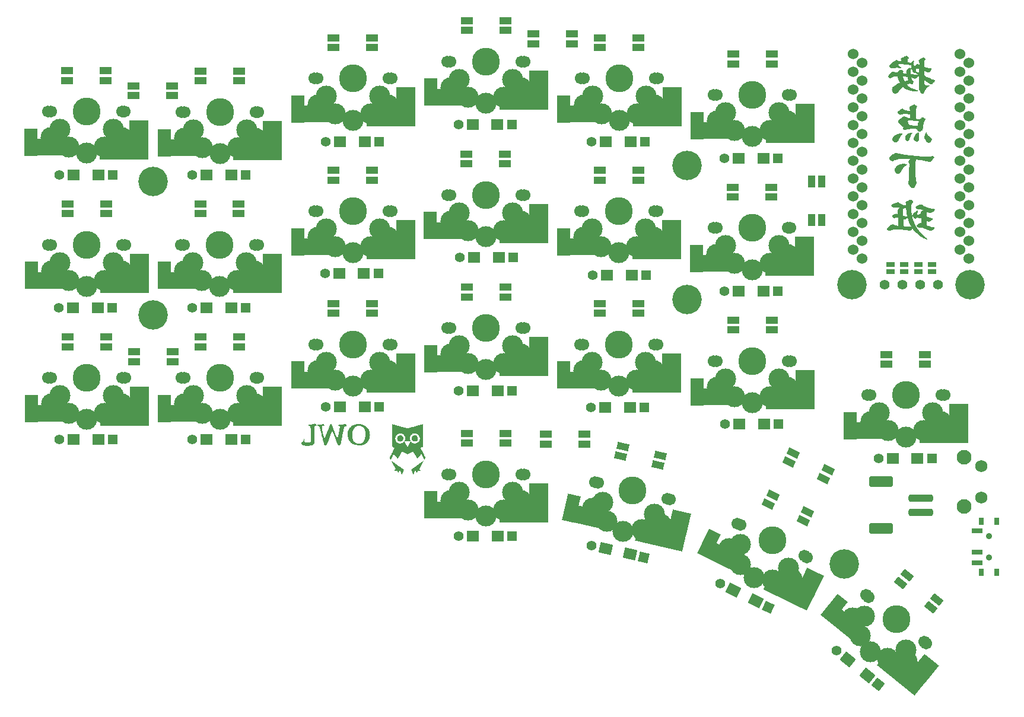
<source format=gbs>
G04 #@! TF.GenerationSoftware,KiCad,Pcbnew,7.0.8*
G04 #@! TF.CreationDate,2023-11-01T04:13:04+08:00*
G04 #@! TF.ProjectId,owl,6f776c2e-6b69-4636-9164-5f7063625858,rev?*
G04 #@! TF.SameCoordinates,Original*
G04 #@! TF.FileFunction,Soldermask,Bot*
G04 #@! TF.FilePolarity,Negative*
%FSLAX46Y46*%
G04 Gerber Fmt 4.6, Leading zero omitted, Abs format (unit mm)*
G04 Created by KiCad (PCBNEW 7.0.8) date 2023-11-01 04:13:04*
%MOMM*%
%LPD*%
G01*
G04 APERTURE LIST*
G04 Aperture macros list*
%AMRoundRect*
0 Rectangle with rounded corners*
0 $1 Rounding radius*
0 $2 $3 $4 $5 $6 $7 $8 $9 X,Y pos of 4 corners*
0 Add a 4 corners polygon primitive as box body*
4,1,4,$2,$3,$4,$5,$6,$7,$8,$9,$2,$3,0*
0 Add four circle primitives for the rounded corners*
1,1,$1+$1,$2,$3*
1,1,$1+$1,$4,$5*
1,1,$1+$1,$6,$7*
1,1,$1+$1,$8,$9*
0 Add four rect primitives between the rounded corners*
20,1,$1+$1,$2,$3,$4,$5,0*
20,1,$1+$1,$4,$5,$6,$7,0*
20,1,$1+$1,$6,$7,$8,$9,0*
20,1,$1+$1,$8,$9,$2,$3,0*%
%AMRotRect*
0 Rectangle, with rotation*
0 The origin of the aperture is its center*
0 $1 length*
0 $2 width*
0 $3 Rotation angle, in degrees counterclockwise*
0 Add horizontal line*
21,1,$1,$2,0,0,$3*%
G04 Aperture macros list end*
%ADD10C,1.701800*%
%ADD11C,3.000000*%
%ADD12C,3.987800*%
%ADD13R,6.908800X2.208000*%
%ADD14R,2.667000X3.360000*%
%ADD15R,1.864200X3.860800*%
%ADD16R,4.216400X2.494600*%
%ADD17RotRect,6.908800X2.208000X321.000000*%
%ADD18RotRect,2.667000X3.360000X141.000000*%
%ADD19RotRect,1.864200X3.860800X321.000000*%
%ADD20RotRect,4.216400X2.494600X141.000000*%
%ADD21RotRect,6.908800X2.208000X334.000000*%
%ADD22RotRect,2.667000X3.360000X154.000000*%
%ADD23RotRect,1.864200X3.860800X334.000000*%
%ADD24RotRect,4.216400X2.494600X154.000000*%
%ADD25RotRect,6.908800X2.208000X347.000000*%
%ADD26RotRect,2.667000X3.360000X167.000000*%
%ADD27RotRect,1.864200X3.860800X347.000000*%
%ADD28RotRect,4.216400X2.494600X167.000000*%
%ADD29R,1.397000X1.397000*%
%ADD30R,1.800000X1.500000*%
%ADD31C,1.397000*%
%ADD32R,0.800000X1.000000*%
%ADD33C,0.900000*%
%ADD34R,1.500000X0.700000*%
%ADD35C,4.200000*%
%ADD36RotRect,1.700000X1.000000X154.000000*%
%ADD37R,1.700000X1.000000*%
%ADD38RotRect,1.397000X1.397000X154.000000*%
%ADD39RotRect,1.800000X1.500000X154.000000*%
%ADD40R,1.000000X1.700000*%
%ADD41RotRect,1.700000X1.000000X334.000000*%
%ADD42RotRect,1.397000X1.397000X167.000000*%
%ADD43RotRect,1.800000X1.500000X167.000000*%
%ADD44C,2.100000*%
%ADD45C,1.750000*%
%ADD46RotRect,1.700000X1.000000X167.000000*%
%ADD47RotRect,1.700000X1.000000X141.000000*%
%ADD48RotRect,1.397000X1.397000X141.000000*%
%ADD49RotRect,1.800000X1.500000X141.000000*%
%ADD50RoundRect,0.250000X-1.500000X0.250000X-1.500000X-0.250000X1.500000X-0.250000X1.500000X0.250000X0*%
%ADD51RoundRect,0.250001X-1.449999X0.499999X-1.449999X-0.499999X1.449999X-0.499999X1.449999X0.499999X0*%
%ADD52C,1.524000*%
%ADD53R,1.143000X0.635000*%
G04 APERTURE END LIST*
G36*
X129326190Y-113957043D02*
G01*
X129355574Y-113959132D01*
X129381308Y-113963204D01*
X129407479Y-113969722D01*
X129456850Y-113986876D01*
X129519750Y-114018865D01*
X129576022Y-114059681D01*
X129624890Y-114108378D01*
X129665577Y-114164012D01*
X129697306Y-114225636D01*
X129719300Y-114292307D01*
X129730783Y-114363079D01*
X129730830Y-114421408D01*
X129721210Y-114486022D01*
X129702514Y-114550704D01*
X129675689Y-114613269D01*
X129641682Y-114671533D01*
X129601440Y-114723312D01*
X129555910Y-114766421D01*
X129520234Y-114792734D01*
X129458102Y-114828994D01*
X129395314Y-114853663D01*
X129332007Y-114866680D01*
X129306441Y-114868754D01*
X129238705Y-114866757D01*
X129172041Y-114854370D01*
X129108662Y-114832114D01*
X129050781Y-114800510D01*
X129050312Y-114800198D01*
X128995976Y-114757624D01*
X128948659Y-114707566D01*
X128909128Y-114651521D01*
X128878150Y-114590988D01*
X128856495Y-114527464D01*
X128844928Y-114462448D01*
X128844219Y-114397438D01*
X128854040Y-114327369D01*
X128874857Y-114254775D01*
X128906118Y-114187504D01*
X128947822Y-114125553D01*
X128999971Y-114068923D01*
X129047560Y-114029311D01*
X129101303Y-113996553D01*
X129158699Y-113973891D01*
X129221285Y-113960730D01*
X129290598Y-113956475D01*
X129326190Y-113957043D01*
G37*
G36*
X131377766Y-113953670D02*
G01*
X131448133Y-113962359D01*
X131514306Y-113981309D01*
X131575527Y-114009749D01*
X131631041Y-114046905D01*
X131680089Y-114092004D01*
X131721917Y-114144272D01*
X131755766Y-114202937D01*
X131780881Y-114267225D01*
X131796505Y-114336364D01*
X131801881Y-114409579D01*
X131800848Y-114440725D01*
X131790411Y-114512632D01*
X131769225Y-114581329D01*
X131737890Y-114645704D01*
X131697009Y-114704650D01*
X131647185Y-114757056D01*
X131589019Y-114801813D01*
X131557567Y-114819874D01*
X131517270Y-114838492D01*
X131475905Y-114853782D01*
X131438521Y-114863669D01*
X131429330Y-114864535D01*
X131410155Y-114865128D01*
X131384859Y-114865217D01*
X131356472Y-114864760D01*
X131352892Y-114864664D01*
X131318913Y-114863083D01*
X131291981Y-114860091D01*
X131267829Y-114855036D01*
X131242190Y-114847263D01*
X131202616Y-114832031D01*
X131138023Y-114797739D01*
X131080529Y-114754528D01*
X131030753Y-114703084D01*
X130989313Y-114644090D01*
X130956828Y-114578230D01*
X130933915Y-114506189D01*
X130932313Y-114499197D01*
X130923514Y-114433007D01*
X130925091Y-114364547D01*
X130936700Y-114295962D01*
X130957994Y-114229396D01*
X130988627Y-114166993D01*
X130996721Y-114154446D01*
X131015789Y-114128946D01*
X131038897Y-114101466D01*
X131063065Y-114075663D01*
X131072281Y-114066524D01*
X131096312Y-114044141D01*
X131117914Y-114027090D01*
X131140866Y-114012595D01*
X131168947Y-113997881D01*
X131188475Y-113988678D01*
X131242893Y-113968374D01*
X131297090Y-113956877D01*
X131355254Y-113953182D01*
X131377766Y-113953670D01*
G37*
G36*
X132659997Y-117581822D02*
G01*
X132656410Y-117585725D01*
X132647245Y-117596057D01*
X132638323Y-117606880D01*
X132629208Y-117618955D01*
X132619467Y-117633046D01*
X132608666Y-117649916D01*
X132596372Y-117670327D01*
X132582150Y-117695041D01*
X132565566Y-117724821D01*
X132546188Y-117760430D01*
X132523581Y-117802630D01*
X132497311Y-117852184D01*
X132466944Y-117909854D01*
X132432047Y-117976404D01*
X132392186Y-118052595D01*
X132365620Y-118103387D01*
X132336276Y-118159444D01*
X132307471Y-118214427D01*
X132280021Y-118266782D01*
X132254738Y-118314959D01*
X132232439Y-118357403D01*
X132213936Y-118392563D01*
X132200045Y-118418885D01*
X132185643Y-118446308D01*
X132164342Y-118487433D01*
X132143098Y-118529016D01*
X132123743Y-118567463D01*
X132108108Y-118599181D01*
X132106609Y-118602268D01*
X132089900Y-118636160D01*
X132072107Y-118671467D01*
X132055264Y-118704189D01*
X132041408Y-118730322D01*
X132031577Y-118748689D01*
X132022321Y-118767433D01*
X132017822Y-118779699D01*
X132017369Y-118787598D01*
X132020252Y-118793242D01*
X132020757Y-118793851D01*
X132028334Y-118802833D01*
X132041575Y-118818426D01*
X132058765Y-118838608D01*
X132078186Y-118861363D01*
X132097753Y-118884431D01*
X132124918Y-118916969D01*
X132150779Y-118948496D01*
X132174288Y-118977690D01*
X132194398Y-119003233D01*
X132210060Y-119023804D01*
X132220225Y-119038085D01*
X132223847Y-119044756D01*
X132223845Y-119044799D01*
X132218005Y-119047209D01*
X132201791Y-119049536D01*
X132176523Y-119051713D01*
X132143523Y-119053675D01*
X132104115Y-119055355D01*
X132059620Y-119056686D01*
X132011360Y-119057600D01*
X131960657Y-119058032D01*
X131930177Y-119058019D01*
X131893775Y-119058039D01*
X131865486Y-119059014D01*
X131843368Y-119061958D01*
X131825480Y-119067888D01*
X131809881Y-119077817D01*
X131794630Y-119092761D01*
X131777786Y-119113736D01*
X131757406Y-119141757D01*
X131731550Y-119177838D01*
X131717419Y-119197214D01*
X131695338Y-119226783D01*
X131675794Y-119252093D01*
X131659844Y-119271817D01*
X131648545Y-119284625D01*
X131642953Y-119289190D01*
X131637713Y-119285016D01*
X131626379Y-119272619D01*
X131610039Y-119253218D01*
X131589703Y-119228042D01*
X131566381Y-119198319D01*
X131541083Y-119165277D01*
X131523936Y-119142684D01*
X131487647Y-119095433D01*
X131457533Y-119057160D01*
X131433214Y-119027424D01*
X131414310Y-119005781D01*
X131400440Y-118991789D01*
X131391225Y-118985004D01*
X131386284Y-118984984D01*
X131384691Y-118987268D01*
X131378117Y-119000432D01*
X131368119Y-119023589D01*
X131355002Y-119055967D01*
X131339069Y-119096794D01*
X131320622Y-119145299D01*
X131299966Y-119200708D01*
X131277402Y-119262250D01*
X131264051Y-119298817D01*
X131241272Y-119360470D01*
X131221709Y-119412293D01*
X131205031Y-119455128D01*
X131190907Y-119489820D01*
X131179006Y-119517210D01*
X131168996Y-119538142D01*
X131165310Y-119544942D01*
X131157366Y-119556953D01*
X131151884Y-119561709D01*
X131150781Y-119560938D01*
X131144917Y-119551702D01*
X131135014Y-119532558D01*
X131121376Y-119504179D01*
X131104309Y-119467243D01*
X131084118Y-119422423D01*
X131061109Y-119370394D01*
X131035587Y-119311833D01*
X131007857Y-119247413D01*
X130978225Y-119177809D01*
X130964586Y-119145693D01*
X130937548Y-119082661D01*
X130914426Y-119029770D01*
X130894974Y-118986486D01*
X130878944Y-118952279D01*
X130866090Y-118926616D01*
X130856167Y-118908965D01*
X130848926Y-118898793D01*
X130847562Y-118897188D01*
X130845219Y-118891650D01*
X130847983Y-118884987D01*
X130857200Y-118875131D01*
X130874220Y-118860016D01*
X130879050Y-118855944D01*
X130897957Y-118840746D01*
X130925772Y-118819076D01*
X130962086Y-118791245D01*
X131006491Y-118757561D01*
X131058578Y-118718333D01*
X131117938Y-118673873D01*
X131184162Y-118624487D01*
X131256842Y-118570487D01*
X131277305Y-118555400D01*
X131306203Y-118534232D01*
X131342208Y-118507947D01*
X131384117Y-118477420D01*
X131430724Y-118443523D01*
X131480826Y-118407130D01*
X131533219Y-118369116D01*
X131586699Y-118330353D01*
X131640061Y-118291716D01*
X131692102Y-118254078D01*
X131741617Y-118218312D01*
X131787402Y-118185293D01*
X131828254Y-118155893D01*
X131857414Y-118134923D01*
X131898693Y-118105211D01*
X131942769Y-118073461D01*
X131985961Y-118042325D01*
X132024585Y-118014456D01*
X132060892Y-117988308D01*
X132121739Y-117944756D01*
X132182536Y-117901555D01*
X132242606Y-117859166D01*
X132301271Y-117818051D01*
X132357853Y-117778670D01*
X132411674Y-117741486D01*
X132462057Y-117706960D01*
X132508324Y-117675554D01*
X132549796Y-117647728D01*
X132585797Y-117623945D01*
X132615648Y-117604667D01*
X132638671Y-117590353D01*
X132654189Y-117581467D01*
X132661523Y-117578470D01*
X132659997Y-117581822D01*
G37*
G36*
X127971017Y-117559715D02*
G01*
X127982445Y-117567795D01*
X127997514Y-117579647D01*
X128011862Y-117590975D01*
X128039821Y-117611860D01*
X128075255Y-117637352D01*
X128116747Y-117666447D01*
X128162881Y-117698147D01*
X128212241Y-117731448D01*
X128233092Y-117745484D01*
X128275540Y-117774441D01*
X128326047Y-117809273D01*
X128383713Y-117849343D01*
X128447641Y-117894014D01*
X128516934Y-117942648D01*
X128590692Y-117994608D01*
X128668019Y-118049255D01*
X128748017Y-118105953D01*
X128829788Y-118164064D01*
X128912434Y-118222951D01*
X128995057Y-118281975D01*
X129076760Y-118340500D01*
X129156644Y-118397888D01*
X129233813Y-118453501D01*
X129307368Y-118506701D01*
X129376411Y-118556852D01*
X129440044Y-118603316D01*
X129442591Y-118605181D01*
X129476098Y-118629585D01*
X129513173Y-118656405D01*
X129549485Y-118682514D01*
X129580700Y-118704786D01*
X129584098Y-118707205D01*
X129612879Y-118728117D01*
X129646008Y-118752790D01*
X129681178Y-118779449D01*
X129716082Y-118806322D01*
X129748416Y-118831635D01*
X129775873Y-118853614D01*
X129796147Y-118870485D01*
X129796581Y-118870860D01*
X129804797Y-118879362D01*
X129805967Y-118887611D01*
X129800930Y-118900944D01*
X129794938Y-118914586D01*
X129784730Y-118938082D01*
X129771210Y-118969349D01*
X129755043Y-119006837D01*
X129736894Y-119048998D01*
X129717430Y-119094283D01*
X129697314Y-119141143D01*
X129677212Y-119188030D01*
X129657790Y-119233394D01*
X129639713Y-119275688D01*
X129623645Y-119313361D01*
X129610253Y-119344866D01*
X129609441Y-119346780D01*
X129592941Y-119385261D01*
X129576079Y-119423904D01*
X129560072Y-119459965D01*
X129546140Y-119490699D01*
X129535500Y-119513359D01*
X129527325Y-119529794D01*
X129516974Y-119549297D01*
X129509069Y-119562631D01*
X129504870Y-119567570D01*
X129503369Y-119566711D01*
X129496984Y-119557665D01*
X129487495Y-119540176D01*
X129475742Y-119516008D01*
X129462560Y-119486923D01*
X129448787Y-119454684D01*
X129435262Y-119421054D01*
X129402862Y-119338075D01*
X129373257Y-119262985D01*
X129347331Y-119198094D01*
X129324909Y-119142990D01*
X129305816Y-119097261D01*
X129289878Y-119060498D01*
X129276919Y-119032288D01*
X129266765Y-119012219D01*
X129259241Y-118999881D01*
X129254172Y-118994863D01*
X129252545Y-118994420D01*
X129246950Y-118995193D01*
X129239481Y-118999658D01*
X129229403Y-119008630D01*
X129215978Y-119022919D01*
X129198471Y-119043340D01*
X129176145Y-119070705D01*
X129148266Y-119105826D01*
X129114096Y-119149516D01*
X129088834Y-119181822D01*
X129064677Y-119212436D01*
X129043510Y-119238975D01*
X129026377Y-119260139D01*
X129014323Y-119274628D01*
X129008391Y-119281142D01*
X129006975Y-119282248D01*
X129003101Y-119284019D01*
X128998526Y-119283185D01*
X128992362Y-119278767D01*
X128983725Y-119269782D01*
X128971728Y-119255250D01*
X128955485Y-119234188D01*
X128934110Y-119205618D01*
X128906717Y-119168556D01*
X128892966Y-119150070D01*
X128873000Y-119123805D01*
X128855324Y-119101207D01*
X128841465Y-119084220D01*
X128832951Y-119074786D01*
X128817884Y-119060625D01*
X128618043Y-119056356D01*
X128581446Y-119055497D01*
X128536858Y-119054226D01*
X128497060Y-119052840D01*
X128463437Y-119051401D01*
X128437376Y-119049968D01*
X128420263Y-119048604D01*
X128413484Y-119047368D01*
X128414336Y-119041537D01*
X128421875Y-119027966D01*
X128435357Y-119008108D01*
X128453804Y-118983239D01*
X128476238Y-118954635D01*
X128501682Y-118923572D01*
X128529159Y-118891324D01*
X128557691Y-118859168D01*
X128571992Y-118843323D01*
X128592397Y-118820431D01*
X128609208Y-118801224D01*
X128620986Y-118787355D01*
X128626289Y-118780476D01*
X128626765Y-118775357D01*
X128621548Y-118761146D01*
X128609577Y-118741076D01*
X128603244Y-118731032D01*
X128591022Y-118710355D01*
X128575112Y-118682556D01*
X128556538Y-118649445D01*
X128536320Y-118612830D01*
X128515482Y-118574519D01*
X128497712Y-118541649D01*
X128479060Y-118507276D01*
X128462658Y-118477182D01*
X128449330Y-118452876D01*
X128439903Y-118435870D01*
X128435204Y-118427676D01*
X128432635Y-118423210D01*
X128424796Y-118408857D01*
X128412945Y-118386762D01*
X128397930Y-118358518D01*
X128380601Y-118325716D01*
X128361806Y-118289951D01*
X128357020Y-118280829D01*
X128334073Y-118237309D01*
X128309633Y-118191249D01*
X128285424Y-118145884D01*
X128263172Y-118104448D01*
X128244601Y-118070177D01*
X128236657Y-118055610D01*
X128218555Y-118022395D01*
X128196611Y-117982108D01*
X128171957Y-117936828D01*
X128145724Y-117888630D01*
X128119042Y-117839594D01*
X128093043Y-117791797D01*
X128072721Y-117754486D01*
X128049817Y-117712572D01*
X128028725Y-117674117D01*
X128010201Y-117640492D01*
X127994997Y-117613064D01*
X127983869Y-117593204D01*
X127977572Y-117582279D01*
X127972345Y-117573194D01*
X127966879Y-117561817D01*
X127966414Y-117557372D01*
X127971017Y-117559715D01*
G37*
G36*
X132498074Y-114532445D02*
G01*
X132497890Y-114650163D01*
X132497687Y-114762896D01*
X132497466Y-114870124D01*
X132497228Y-114971330D01*
X132496974Y-115065995D01*
X132496707Y-115153602D01*
X132496427Y-115233631D01*
X132496136Y-115305567D01*
X132495835Y-115368889D01*
X132495525Y-115423081D01*
X132495209Y-115467623D01*
X132494887Y-115501999D01*
X132494561Y-115525689D01*
X132494233Y-115538176D01*
X132490506Y-115614158D01*
X132446551Y-115636716D01*
X132432825Y-115643881D01*
X132406623Y-115657981D01*
X132376481Y-115674581D01*
X132343976Y-115692773D01*
X132310687Y-115711651D01*
X132278191Y-115730305D01*
X132248065Y-115747829D01*
X132221888Y-115763314D01*
X132201237Y-115775853D01*
X132187689Y-115784538D01*
X132182822Y-115788461D01*
X132182864Y-115788699D01*
X132186097Y-115796057D01*
X132193894Y-115811914D01*
X132205420Y-115834621D01*
X132219838Y-115862531D01*
X132236315Y-115893996D01*
X132238969Y-115899037D01*
X132256557Y-115932567D01*
X132278027Y-115973668D01*
X132302123Y-116019925D01*
X132327588Y-116068921D01*
X132353165Y-116118241D01*
X132377596Y-116165470D01*
X132377818Y-116165900D01*
X132403654Y-116215862D01*
X132431852Y-116270294D01*
X132460864Y-116326216D01*
X132489146Y-116380652D01*
X132515150Y-116430624D01*
X132537332Y-116473154D01*
X132542732Y-116483494D01*
X132572582Y-116540700D01*
X132603824Y-116600663D01*
X132635893Y-116662289D01*
X132668219Y-116724480D01*
X132700235Y-116786141D01*
X132731374Y-116846176D01*
X132761067Y-116903490D01*
X132788746Y-116956986D01*
X132813845Y-117005568D01*
X132835794Y-117048141D01*
X132854026Y-117083609D01*
X132867974Y-117110875D01*
X132877070Y-117128845D01*
X132886174Y-117147584D01*
X132896229Y-117171083D01*
X132900934Y-117187488D01*
X132900877Y-117198523D01*
X132896878Y-117207375D01*
X132886989Y-117223955D01*
X132872941Y-117245097D01*
X132856332Y-117268300D01*
X132840866Y-117289753D01*
X132818154Y-117322687D01*
X132795136Y-117357366D01*
X132774973Y-117389093D01*
X132772752Y-117392695D01*
X132757081Y-117417929D01*
X132743242Y-117439937D01*
X132732662Y-117456463D01*
X132726770Y-117465248D01*
X132723995Y-117467668D01*
X132720373Y-117466755D01*
X132715483Y-117460976D01*
X132708652Y-117449153D01*
X132699202Y-117430104D01*
X132686461Y-117402652D01*
X132669752Y-117365617D01*
X132658969Y-117341678D01*
X132626248Y-117270298D01*
X132590976Y-117194988D01*
X132554176Y-117117847D01*
X132516875Y-117040975D01*
X132480096Y-116966473D01*
X132444865Y-116896442D01*
X132412206Y-116832982D01*
X132383144Y-116778193D01*
X132366671Y-116747715D01*
X132348690Y-116714365D01*
X132333183Y-116685514D01*
X132320930Y-116662613D01*
X132312708Y-116647114D01*
X132309294Y-116640468D01*
X132306697Y-116639946D01*
X132298518Y-116645767D01*
X132287310Y-116657764D01*
X132278522Y-116668023D01*
X132261934Y-116686601D01*
X132241831Y-116708554D01*
X132220809Y-116731022D01*
X132208764Y-116743985D01*
X132187134Y-116767861D01*
X132160818Y-116797384D01*
X132131483Y-116830667D01*
X132100797Y-116865828D01*
X132070428Y-116900980D01*
X132048305Y-116926657D01*
X132017360Y-116962353D01*
X131987250Y-116996852D01*
X131959669Y-117028225D01*
X131936309Y-117054541D01*
X131918862Y-117073869D01*
X131896396Y-117098771D01*
X131869196Y-117129565D01*
X131841321Y-117161648D01*
X131816218Y-117191082D01*
X131811572Y-117196589D01*
X131789923Y-117222063D01*
X131769405Y-117245916D01*
X131752146Y-117265690D01*
X131740272Y-117278926D01*
X131718617Y-117302303D01*
X131705332Y-117285642D01*
X131704108Y-117284037D01*
X131695330Y-117270930D01*
X131682724Y-117250541D01*
X131667789Y-117225340D01*
X131652023Y-117197798D01*
X131651069Y-117196103D01*
X131634984Y-117167780D01*
X131614756Y-117132529D01*
X131592087Y-117093297D01*
X131568680Y-117053030D01*
X131546237Y-117014677D01*
X131524526Y-116977507D01*
X131498218Y-116932049D01*
X131471450Y-116885430D01*
X131446374Y-116841397D01*
X131425138Y-116803694D01*
X131393162Y-116746563D01*
X131352046Y-116673405D01*
X131312965Y-116604209D01*
X131276637Y-116540240D01*
X131243780Y-116482763D01*
X131215113Y-116433040D01*
X131191354Y-116392336D01*
X131182646Y-116377443D01*
X131167939Y-116351753D01*
X131156156Y-116330467D01*
X131148328Y-116315467D01*
X131145490Y-116308638D01*
X131145461Y-116307798D01*
X131141428Y-116301555D01*
X131129890Y-116300441D01*
X131109875Y-116304537D01*
X131080411Y-116313921D01*
X131068103Y-116318355D01*
X131031251Y-116332649D01*
X130985177Y-116351644D01*
X130930768Y-116374942D01*
X130868911Y-116402147D01*
X130800493Y-116432863D01*
X130726400Y-116466692D01*
X130647520Y-116503239D01*
X130564739Y-116542107D01*
X130478945Y-116582899D01*
X130325206Y-116656445D01*
X130195061Y-116596290D01*
X130191707Y-116594740D01*
X130144214Y-116572938D01*
X130090700Y-116548581D01*
X130035324Y-116523550D01*
X129982246Y-116499727D01*
X129935625Y-116478991D01*
X129917170Y-116470824D01*
X129877735Y-116453309D01*
X129839984Y-116436464D01*
X129806179Y-116421301D01*
X129778580Y-116408834D01*
X129759449Y-116400074D01*
X129720395Y-116382272D01*
X129672052Y-116360986D01*
X129624069Y-116340572D01*
X129579831Y-116322466D01*
X129542722Y-116308104D01*
X129526581Y-116302317D01*
X129508112Y-116296736D01*
X129497612Y-116295528D01*
X129493423Y-116298366D01*
X129489148Y-116308367D01*
X129479628Y-116327908D01*
X129465695Y-116355227D01*
X129448028Y-116389046D01*
X129427307Y-116428086D01*
X129404210Y-116471068D01*
X129379416Y-116516713D01*
X129353605Y-116563743D01*
X129327456Y-116610879D01*
X129317198Y-116629255D01*
X129276365Y-116702251D01*
X129235925Y-116774308D01*
X129196288Y-116844709D01*
X129157864Y-116912740D01*
X129121061Y-116977685D01*
X129086287Y-117038830D01*
X129053953Y-117095459D01*
X129024467Y-117146858D01*
X128998237Y-117192311D01*
X128975674Y-117231103D01*
X128957185Y-117262520D01*
X128943180Y-117285846D01*
X128934068Y-117300365D01*
X128930258Y-117305364D01*
X128925134Y-117303154D01*
X128911796Y-117292029D01*
X128891538Y-117271568D01*
X128864401Y-117241811D01*
X128830426Y-117202803D01*
X128827843Y-117199793D01*
X128804841Y-117173210D01*
X128777139Y-117141522D01*
X128745516Y-117105596D01*
X128710752Y-117066299D01*
X128673627Y-117024499D01*
X128634919Y-116981064D01*
X128595409Y-116936860D01*
X128555877Y-116892756D01*
X128517101Y-116849618D01*
X128479861Y-116808314D01*
X128444937Y-116769712D01*
X128413108Y-116734678D01*
X128385155Y-116704081D01*
X128361856Y-116678787D01*
X128343991Y-116659665D01*
X128332339Y-116647581D01*
X128327681Y-116643403D01*
X128325721Y-116645298D01*
X128319240Y-116655603D01*
X128309876Y-116672836D01*
X128298925Y-116694683D01*
X128291020Y-116710840D01*
X128275307Y-116742345D01*
X128258175Y-116776131D01*
X128242142Y-116807210D01*
X128241593Y-116808262D01*
X128228354Y-116834074D01*
X128211608Y-116867354D01*
X128191934Y-116906904D01*
X128169912Y-116951523D01*
X128146121Y-117000015D01*
X128121140Y-117051179D01*
X128095549Y-117103817D01*
X128069927Y-117156731D01*
X128044853Y-117208722D01*
X128020907Y-117258591D01*
X127998668Y-117305139D01*
X127978715Y-117347168D01*
X127961628Y-117383478D01*
X127947986Y-117412872D01*
X127938369Y-117434150D01*
X127933356Y-117446114D01*
X127927787Y-117460822D01*
X127922315Y-117472511D01*
X127918563Y-117475315D01*
X127915548Y-117470587D01*
X127915381Y-117470149D01*
X127909807Y-117458789D01*
X127900042Y-117441373D01*
X127888091Y-117421487D01*
X127880401Y-117408871D01*
X127865242Y-117383264D01*
X127848430Y-117354209D01*
X127832394Y-117325876D01*
X127822249Y-117308208D01*
X127804666Y-117279295D01*
X127787352Y-117252563D01*
X127772904Y-117232106D01*
X127767796Y-117225289D01*
X127755280Y-117206572D01*
X127749498Y-117193052D01*
X127749296Y-117182291D01*
X127753225Y-117170924D01*
X127762324Y-117149742D01*
X127776098Y-117119889D01*
X127794111Y-117082213D01*
X127815929Y-117037564D01*
X127841114Y-116986794D01*
X127869233Y-116930751D01*
X127899850Y-116870285D01*
X127932529Y-116806248D01*
X127966835Y-116739489D01*
X128002333Y-116670857D01*
X128038587Y-116601204D01*
X128075161Y-116531379D01*
X128111621Y-116462231D01*
X128147530Y-116394612D01*
X128182455Y-116329372D01*
X128215958Y-116267359D01*
X128247605Y-116209425D01*
X128261483Y-116183973D01*
X128282946Y-116144057D01*
X128306705Y-116099377D01*
X128331636Y-116052085D01*
X128356614Y-116004336D01*
X128380512Y-115958283D01*
X128402206Y-115916078D01*
X128420571Y-115879875D01*
X128434481Y-115851826D01*
X128465096Y-115788872D01*
X128379328Y-115741382D01*
X128368882Y-115735616D01*
X128331554Y-115715246D01*
X128292170Y-115694043D01*
X128254821Y-115674202D01*
X128223598Y-115657915D01*
X128199888Y-115645390D01*
X128173182Y-115629879D01*
X128156651Y-115618006D01*
X128149823Y-115609463D01*
X128149761Y-115609052D01*
X128149435Y-115600038D01*
X128149113Y-115579873D01*
X128148795Y-115549036D01*
X128148483Y-115508008D01*
X128148179Y-115457268D01*
X128147883Y-115397295D01*
X128147598Y-115328569D01*
X128147324Y-115251570D01*
X128147062Y-115166777D01*
X128146814Y-115074670D01*
X128146582Y-114975729D01*
X128146366Y-114870433D01*
X128146168Y-114759262D01*
X128145989Y-114642695D01*
X128145831Y-114521213D01*
X128145694Y-114395294D01*
X128145693Y-114393917D01*
X128581162Y-114393917D01*
X128583977Y-114478978D01*
X128584691Y-114485840D01*
X128599833Y-114578330D01*
X128624522Y-114666190D01*
X128658278Y-114748661D01*
X128700623Y-114824980D01*
X128751076Y-114894388D01*
X128809158Y-114956125D01*
X128874389Y-115009429D01*
X128946290Y-115053540D01*
X129015919Y-115085461D01*
X129090225Y-115111107D01*
X129163368Y-115128271D01*
X129206104Y-115134028D01*
X129270465Y-115136345D01*
X129338804Y-115131251D01*
X129413595Y-115118652D01*
X129420150Y-115117260D01*
X129509312Y-115092191D01*
X129593937Y-115056547D01*
X129674305Y-115010170D01*
X129750694Y-114952901D01*
X129823382Y-114884579D01*
X129843651Y-114862842D01*
X129866853Y-114835261D01*
X129874873Y-114835261D01*
X129875046Y-114841933D01*
X129877902Y-114851992D01*
X129883863Y-114866268D01*
X129893347Y-114885594D01*
X129906775Y-114910804D01*
X129924566Y-114942728D01*
X129947139Y-114982199D01*
X129974915Y-115030050D01*
X130008312Y-115087113D01*
X130019592Y-115106397D01*
X130042305Y-115145456D01*
X130068727Y-115191117D01*
X130097562Y-115241131D01*
X130127516Y-115293248D01*
X130157291Y-115345220D01*
X130185592Y-115394797D01*
X130186261Y-115395972D01*
X130211235Y-115439801D01*
X130234752Y-115481053D01*
X130256088Y-115518461D01*
X130274520Y-115550755D01*
X130289324Y-115576668D01*
X130299776Y-115594932D01*
X130305151Y-115604277D01*
X130307044Y-115607443D01*
X130314851Y-115618739D01*
X130319887Y-115623324D01*
X130320984Y-115623201D01*
X130324891Y-115620814D01*
X130330285Y-115614410D01*
X130337964Y-115602720D01*
X130348725Y-115584474D01*
X130363362Y-115558402D01*
X130382675Y-115523233D01*
X130415723Y-115462819D01*
X130450322Y-115399806D01*
X130484139Y-115338451D01*
X130516572Y-115279832D01*
X130547018Y-115225030D01*
X130574876Y-115175125D01*
X130599546Y-115131198D01*
X130620424Y-115094330D01*
X130636909Y-115065600D01*
X130648401Y-115046089D01*
X130652173Y-115039820D01*
X130668236Y-115012725D01*
X130687357Y-114980009D01*
X130707458Y-114945242D01*
X130726462Y-114911994D01*
X130772627Y-114830645D01*
X130786790Y-114847527D01*
X130809298Y-114873510D01*
X130878670Y-114943563D01*
X130951409Y-115002450D01*
X131027617Y-115050247D01*
X131107395Y-115087031D01*
X131114352Y-115089693D01*
X131155223Y-115104852D01*
X131189271Y-115116117D01*
X131219585Y-115124044D01*
X131249252Y-115129190D01*
X131281362Y-115132112D01*
X131319003Y-115133366D01*
X131365263Y-115133510D01*
X131394702Y-115133324D01*
X131428173Y-115132786D01*
X131454246Y-115131708D01*
X131475452Y-115129843D01*
X131494328Y-115126946D01*
X131513407Y-115122773D01*
X131535222Y-115117079D01*
X131568367Y-115107346D01*
X131649068Y-115076635D01*
X131723160Y-115037334D01*
X131792388Y-114988425D01*
X131858500Y-114928893D01*
X131912414Y-114869430D01*
X131962338Y-114800126D01*
X132002713Y-114725833D01*
X132034283Y-114645163D01*
X132057793Y-114556725D01*
X132060314Y-114543613D01*
X132066354Y-114493988D01*
X132068769Y-114438429D01*
X132067604Y-114380933D01*
X132062903Y-114325496D01*
X132054709Y-114276115D01*
X132036981Y-114207268D01*
X132006072Y-114120690D01*
X131967159Y-114042264D01*
X131919940Y-113971487D01*
X131864114Y-113907858D01*
X131799377Y-113850872D01*
X131788577Y-113842629D01*
X131711907Y-113791917D01*
X131631722Y-113751699D01*
X131548903Y-113722016D01*
X131464330Y-113702908D01*
X131378884Y-113694416D01*
X131293446Y-113696581D01*
X131208896Y-113709444D01*
X131126115Y-113733044D01*
X131045984Y-113767422D01*
X130969383Y-113812620D01*
X130967174Y-113814125D01*
X130896512Y-113868425D01*
X130835504Y-113928369D01*
X130783654Y-113994680D01*
X130740469Y-114068084D01*
X130705453Y-114149304D01*
X130678113Y-114239063D01*
X130674888Y-114252148D01*
X130670034Y-114273886D01*
X130666629Y-114293875D01*
X130664427Y-114314808D01*
X130663184Y-114339379D01*
X130662658Y-114370282D01*
X130662602Y-114410210D01*
X130662647Y-114424376D01*
X130663023Y-114461613D01*
X130663947Y-114490721D01*
X130665667Y-114514414D01*
X130668431Y-114535410D01*
X130672485Y-114556423D01*
X130678076Y-114580168D01*
X130690796Y-114626646D01*
X130708730Y-114682850D01*
X130728674Y-114737736D01*
X130748858Y-114786154D01*
X130763868Y-114819251D01*
X130742231Y-114822517D01*
X130734264Y-114823538D01*
X130708243Y-114825739D01*
X130672640Y-114827731D01*
X130628942Y-114829493D01*
X130578637Y-114831001D01*
X130523214Y-114832237D01*
X130464161Y-114833178D01*
X130402966Y-114833803D01*
X130341117Y-114834091D01*
X130280103Y-114834020D01*
X130221411Y-114833570D01*
X130166530Y-114832718D01*
X130116948Y-114831445D01*
X130095661Y-114830762D01*
X130041559Y-114829048D01*
X129997656Y-114827715D01*
X129962828Y-114826756D01*
X129935950Y-114826162D01*
X129915896Y-114825926D01*
X129901540Y-114826041D01*
X129891757Y-114826500D01*
X129885422Y-114827295D01*
X129881409Y-114828418D01*
X129878594Y-114829862D01*
X129876965Y-114831142D01*
X129874873Y-114835261D01*
X129866853Y-114835261D01*
X129867958Y-114833948D01*
X129888109Y-114805278D01*
X129905875Y-114773940D01*
X129923024Y-114737037D01*
X129941326Y-114691678D01*
X129949176Y-114670593D01*
X129964538Y-114622797D01*
X129975586Y-114575982D01*
X129982835Y-114527027D01*
X129986805Y-114472810D01*
X129988014Y-114410210D01*
X129987964Y-114391829D01*
X129987134Y-114344892D01*
X129984970Y-114305713D01*
X129981072Y-114271359D01*
X129975040Y-114238896D01*
X129966474Y-114205392D01*
X129954975Y-114167914D01*
X129930583Y-114103800D01*
X129891047Y-114028285D01*
X129841445Y-113958433D01*
X129781380Y-113893615D01*
X129772860Y-113885615D01*
X129703764Y-113829659D01*
X129627978Y-113782681D01*
X129546838Y-113745214D01*
X129461679Y-113717791D01*
X129373837Y-113700945D01*
X129284648Y-113695212D01*
X129219250Y-113698402D01*
X129133071Y-113712425D01*
X129049739Y-113737059D01*
X128970246Y-113771697D01*
X128895586Y-113815732D01*
X128826750Y-113868559D01*
X128764731Y-113929571D01*
X128710521Y-113998161D01*
X128665113Y-114073723D01*
X128636424Y-114136199D01*
X128607744Y-114220738D01*
X128589204Y-114307241D01*
X128581162Y-114393917D01*
X128145693Y-114393917D01*
X128145580Y-114265418D01*
X128145491Y-114132066D01*
X128145428Y-113995716D01*
X128144843Y-112394444D01*
X128163891Y-112397864D01*
X128172429Y-112399504D01*
X128184629Y-112402152D01*
X128199694Y-112405752D01*
X128218464Y-112410535D01*
X128241778Y-112416733D01*
X128270475Y-112424579D01*
X128305392Y-112434305D01*
X128347371Y-112446143D01*
X128397249Y-112460324D01*
X128455865Y-112477081D01*
X128524059Y-112496647D01*
X128602669Y-112519252D01*
X128621779Y-112524744D01*
X128693212Y-112545150D01*
X128768188Y-112566397D01*
X128844593Y-112587895D01*
X128920313Y-112609056D01*
X128993236Y-112629289D01*
X129061247Y-112648007D01*
X129122233Y-112664620D01*
X129174081Y-112678538D01*
X129224882Y-112692045D01*
X129287087Y-112708607D01*
X129350764Y-112725580D01*
X129413351Y-112742282D01*
X129472290Y-112758030D01*
X129525019Y-112772140D01*
X129568978Y-112783929D01*
X129592987Y-112790364D01*
X129650458Y-112805690D01*
X129713163Y-112822323D01*
X129776965Y-112839171D01*
X129837727Y-112855140D01*
X129891313Y-112869136D01*
X129932948Y-112879974D01*
X129978676Y-112891900D01*
X130022234Y-112903280D01*
X130061328Y-112913515D01*
X130093664Y-112922004D01*
X130116948Y-112928148D01*
X130139453Y-112934096D01*
X130177519Y-112944101D01*
X130217326Y-112954514D01*
X130253213Y-112963850D01*
X130257683Y-112965023D01*
X130274070Y-112969523D01*
X130287705Y-112973252D01*
X130299761Y-112976024D01*
X130311411Y-112977654D01*
X130323829Y-112977955D01*
X130338190Y-112976742D01*
X130355665Y-112973829D01*
X130377429Y-112969029D01*
X130404656Y-112962156D01*
X130438519Y-112953026D01*
X130480191Y-112941451D01*
X130530847Y-112927246D01*
X130591659Y-112910225D01*
X130613999Y-112904006D01*
X130666570Y-112889448D01*
X130726943Y-112872810D01*
X130792764Y-112854737D01*
X130861680Y-112835874D01*
X130931334Y-112816867D01*
X130999372Y-112798360D01*
X131063441Y-112780997D01*
X131111423Y-112768000D01*
X131171100Y-112751776D01*
X131229540Y-112735827D01*
X131285064Y-112720615D01*
X131335990Y-112706601D01*
X131380639Y-112694247D01*
X131417330Y-112684014D01*
X131444382Y-112676364D01*
X131456646Y-112672859D01*
X131519592Y-112655014D01*
X131586744Y-112636200D01*
X131657189Y-112616656D01*
X131730016Y-112596625D01*
X131804312Y-112576347D01*
X131879166Y-112556064D01*
X131953667Y-112536016D01*
X132026902Y-112516445D01*
X132097959Y-112497593D01*
X132165927Y-112479700D01*
X132229894Y-112463007D01*
X132288949Y-112447756D01*
X132342178Y-112434188D01*
X132388671Y-112422544D01*
X132427515Y-112413066D01*
X132457800Y-112405993D01*
X132478612Y-112401569D01*
X132489041Y-112400033D01*
X132489643Y-112400146D01*
X132490662Y-112401084D01*
X132491606Y-112403324D01*
X132492478Y-112407281D01*
X132493280Y-112413373D01*
X132494016Y-112422017D01*
X132494687Y-112433629D01*
X132495296Y-112448626D01*
X132495847Y-112467425D01*
X132496341Y-112490443D01*
X132496781Y-112518097D01*
X132497170Y-112550803D01*
X132497510Y-112588978D01*
X132497804Y-112633039D01*
X132498055Y-112683402D01*
X132498265Y-112740486D01*
X132498437Y-112804705D01*
X132498573Y-112876478D01*
X132498676Y-112956221D01*
X132498749Y-113044351D01*
X132498794Y-113141285D01*
X132498814Y-113247438D01*
X132498812Y-113363230D01*
X132498789Y-113489075D01*
X132498749Y-113625391D01*
X132498695Y-113772594D01*
X132498629Y-113931103D01*
X132498582Y-114022068D01*
X132498492Y-114154552D01*
X132498376Y-114284121D01*
X132498236Y-114410258D01*
X132498199Y-114438429D01*
X132498074Y-114532445D01*
G37*
G36*
X124950690Y-113857362D02*
G01*
X124948730Y-113978984D01*
X124947485Y-114005323D01*
X124939029Y-114116016D01*
X124925490Y-114220804D01*
X124906682Y-114320265D01*
X124882421Y-114414974D01*
X124852520Y-114505511D01*
X124816794Y-114592452D01*
X124775058Y-114676374D01*
X124727125Y-114757856D01*
X124672811Y-114837474D01*
X124648137Y-114870062D01*
X124611442Y-114915093D01*
X124571871Y-114960318D01*
X124530805Y-115004269D01*
X124489628Y-115045479D01*
X124449723Y-115082481D01*
X124412471Y-115113807D01*
X124367547Y-115147449D01*
X124293527Y-115196181D01*
X124214548Y-115240884D01*
X124131818Y-115281073D01*
X124046547Y-115316263D01*
X123959945Y-115345972D01*
X123873220Y-115369714D01*
X123787582Y-115387005D01*
X123704241Y-115397362D01*
X123689455Y-115398444D01*
X123641564Y-115400523D01*
X123587153Y-115401084D01*
X123527357Y-115400201D01*
X123463307Y-115397948D01*
X123396140Y-115394403D01*
X123326987Y-115389638D01*
X123256982Y-115383730D01*
X123187260Y-115376753D01*
X123118954Y-115368782D01*
X123053197Y-115359893D01*
X122991123Y-115350160D01*
X122938348Y-115340925D01*
X122875608Y-115328919D01*
X122819072Y-115316715D01*
X122767612Y-115303983D01*
X122720096Y-115290394D01*
X122675396Y-115275621D01*
X122632383Y-115259333D01*
X122589925Y-115241203D01*
X122546895Y-115220902D01*
X122494989Y-115194010D01*
X122426819Y-115154039D01*
X122361188Y-115109761D01*
X122296882Y-115060285D01*
X122232688Y-115004718D01*
X122167392Y-114942171D01*
X122122358Y-114895539D01*
X122080684Y-114848698D01*
X122044311Y-114803400D01*
X122012238Y-114758461D01*
X121985874Y-114716941D01*
X121942671Y-114637832D01*
X121904387Y-114552380D01*
X121871064Y-114460758D01*
X121842744Y-114363143D01*
X121819470Y-114259709D01*
X121801285Y-114150630D01*
X121788230Y-114036082D01*
X121780349Y-113916240D01*
X121779667Y-113884287D01*
X122424285Y-113884287D01*
X122424288Y-113928344D01*
X122424769Y-113972173D01*
X122425719Y-114014180D01*
X122427131Y-114052773D01*
X122428996Y-114086358D01*
X122431307Y-114113342D01*
X122433830Y-114135233D01*
X122443099Y-114202616D01*
X122454638Y-114271377D01*
X122468053Y-114339599D01*
X122482949Y-114405368D01*
X122498930Y-114466768D01*
X122515602Y-114521882D01*
X122526100Y-114552507D01*
X122561488Y-114640598D01*
X122602860Y-114723253D01*
X122650416Y-114800807D01*
X122704355Y-114873595D01*
X122764877Y-114941954D01*
X122796073Y-114973342D01*
X122830261Y-115004895D01*
X122863370Y-115031858D01*
X122897135Y-115055533D01*
X122933292Y-115077219D01*
X122973579Y-115098216D01*
X123022216Y-115119916D01*
X123095536Y-115145286D01*
X123172991Y-115163954D01*
X123254025Y-115175767D01*
X123263524Y-115176616D01*
X123292507Y-115178308D01*
X123325957Y-115179264D01*
X123361765Y-115179505D01*
X123397824Y-115179048D01*
X123432024Y-115177913D01*
X123462259Y-115176118D01*
X123486420Y-115173683D01*
X123502221Y-115171416D01*
X123579435Y-115156034D01*
X123652672Y-115133948D01*
X123722159Y-115105009D01*
X123788117Y-115069066D01*
X123850773Y-115025967D01*
X123910349Y-114975562D01*
X123967070Y-114917699D01*
X124021161Y-114852228D01*
X124072845Y-114778999D01*
X124110416Y-114716881D01*
X124150465Y-114638418D01*
X124186687Y-114553341D01*
X124218966Y-114462055D01*
X124247185Y-114364966D01*
X124271230Y-114262478D01*
X124290983Y-114154995D01*
X124306329Y-114042924D01*
X124317151Y-113926668D01*
X124318098Y-113911436D01*
X124319391Y-113881343D01*
X124320332Y-113846703D01*
X124320921Y-113809111D01*
X124321159Y-113770159D01*
X124321046Y-113731441D01*
X124320582Y-113694548D01*
X124319768Y-113661075D01*
X124318604Y-113632614D01*
X124317090Y-113610758D01*
X124308078Y-113535331D01*
X124290159Y-113436596D01*
X124265743Y-113341268D01*
X124235007Y-113249805D01*
X124198129Y-113162664D01*
X124155289Y-113080303D01*
X124106665Y-113003182D01*
X124052435Y-112931756D01*
X124035647Y-112912503D01*
X124008787Y-112884087D01*
X123978890Y-112854568D01*
X123947960Y-112825851D01*
X123918004Y-112799841D01*
X123891027Y-112778443D01*
X123839551Y-112742659D01*
X123771626Y-112703027D01*
X123702090Y-112671076D01*
X123630297Y-112646594D01*
X123555599Y-112629370D01*
X123477349Y-112619191D01*
X123394899Y-112615846D01*
X123344076Y-112616971D01*
X123256722Y-112624554D01*
X123173387Y-112639289D01*
X123094053Y-112661188D01*
X123018702Y-112690258D01*
X122947314Y-112726512D01*
X122879872Y-112769957D01*
X122816357Y-112820605D01*
X122756751Y-112878465D01*
X122701035Y-112943548D01*
X122649191Y-113015862D01*
X122628890Y-113048038D01*
X122585388Y-113127180D01*
X122546907Y-113212630D01*
X122513433Y-113304428D01*
X122484955Y-113402613D01*
X122461460Y-113507225D01*
X122442937Y-113618305D01*
X122429373Y-113735891D01*
X122429216Y-113737636D01*
X122427225Y-113766676D01*
X122425746Y-113801860D01*
X122424768Y-113841595D01*
X122424285Y-113884287D01*
X121779667Y-113884287D01*
X121777683Y-113791278D01*
X121778895Y-113717376D01*
X121785658Y-113607777D01*
X121798398Y-113503571D01*
X121817158Y-113404570D01*
X121841984Y-113310588D01*
X121872920Y-113221438D01*
X121910010Y-113136934D01*
X121953300Y-113056889D01*
X121998240Y-112987659D01*
X122052198Y-112916387D01*
X122112182Y-112847432D01*
X122177076Y-112781993D01*
X122245768Y-112721263D01*
X122317142Y-112666439D01*
X122373100Y-112629002D01*
X122456424Y-112580784D01*
X122545766Y-112537109D01*
X122640527Y-112498174D01*
X122740105Y-112464180D01*
X122843903Y-112435325D01*
X122951320Y-112411809D01*
X123061756Y-112393831D01*
X123174612Y-112381590D01*
X123191768Y-112380477D01*
X123221429Y-112379353D01*
X123256360Y-112378709D01*
X123295065Y-112378520D01*
X123336045Y-112378761D01*
X123377806Y-112379407D01*
X123418848Y-112380433D01*
X123457677Y-112381813D01*
X123492795Y-112383522D01*
X123522704Y-112385536D01*
X123545910Y-112387829D01*
X123584836Y-112393029D01*
X123700433Y-112412390D01*
X123812638Y-112437094D01*
X123920729Y-112466925D01*
X124023984Y-112501671D01*
X124121680Y-112541119D01*
X124213093Y-112585054D01*
X124247654Y-112603846D01*
X124334237Y-112657184D01*
X124417685Y-112717651D01*
X124497382Y-112784705D01*
X124572709Y-112857803D01*
X124643052Y-112936404D01*
X124707791Y-113019965D01*
X124733372Y-113057094D01*
X124783051Y-113139788D01*
X124826327Y-113227554D01*
X124863185Y-113320332D01*
X124893611Y-113418065D01*
X124917589Y-113520693D01*
X124935104Y-113628158D01*
X124946143Y-113740401D01*
X124947300Y-113770159D01*
X124950690Y-113857362D01*
G37*
G36*
X117104534Y-112315299D02*
G01*
X117116107Y-112317033D01*
X117126726Y-112320503D01*
X117139113Y-112326193D01*
X117139756Y-112326510D01*
X117164277Y-112340555D01*
X117191639Y-112359419D01*
X117220612Y-112381964D01*
X117249968Y-112407048D01*
X117278479Y-112433533D01*
X117304916Y-112460277D01*
X117328050Y-112486142D01*
X117346653Y-112509987D01*
X117359495Y-112530672D01*
X117361022Y-112533922D01*
X117365866Y-112555269D01*
X117363540Y-112579656D01*
X117354097Y-112606361D01*
X117353129Y-112608395D01*
X117345515Y-112621877D01*
X117337136Y-112630335D01*
X117326197Y-112634509D01*
X117310906Y-112635134D01*
X117289469Y-112632950D01*
X117245103Y-112628773D01*
X117204673Y-112629089D01*
X117169321Y-112634388D01*
X117138157Y-112644884D01*
X117110292Y-112660791D01*
X117084837Y-112682325D01*
X117073044Y-112695678D01*
X117054674Y-112723770D01*
X117039105Y-112757252D01*
X117027206Y-112794433D01*
X117027033Y-112795115D01*
X117022838Y-112812076D01*
X117019115Y-112828352D01*
X117015855Y-112844466D01*
X117013049Y-112860939D01*
X117010689Y-112878296D01*
X117008764Y-112897057D01*
X117007267Y-112917746D01*
X117006187Y-112940886D01*
X117005517Y-112966998D01*
X117005247Y-112996607D01*
X117005368Y-113030233D01*
X117005871Y-113068401D01*
X117006748Y-113111632D01*
X117007988Y-113160449D01*
X117009584Y-113215375D01*
X117011526Y-113276933D01*
X117013806Y-113345644D01*
X117016413Y-113422032D01*
X117019583Y-113514415D01*
X117023082Y-113617243D01*
X117026489Y-113718246D01*
X117029793Y-113817069D01*
X117032983Y-113913359D01*
X117036048Y-114006762D01*
X117038978Y-114096923D01*
X117041760Y-114183487D01*
X117044384Y-114266102D01*
X117046839Y-114344412D01*
X117049115Y-114418064D01*
X117051199Y-114486703D01*
X117053081Y-114549976D01*
X117054750Y-114607527D01*
X117056195Y-114659003D01*
X117057405Y-114704049D01*
X117058368Y-114742312D01*
X117059075Y-114773437D01*
X117059513Y-114797070D01*
X117059672Y-114812857D01*
X117059413Y-114842976D01*
X117057485Y-114888617D01*
X117053445Y-114929152D01*
X117047018Y-114966419D01*
X117037930Y-115002257D01*
X117025904Y-115038508D01*
X117015111Y-115065571D01*
X116985691Y-115123591D01*
X116949227Y-115178049D01*
X116906137Y-115228534D01*
X116856839Y-115274635D01*
X116801753Y-115315940D01*
X116741297Y-115352037D01*
X116675889Y-115382516D01*
X116607038Y-115407232D01*
X116530397Y-115428479D01*
X116446853Y-115445943D01*
X116356615Y-115459586D01*
X116259892Y-115469372D01*
X116156893Y-115475262D01*
X116156519Y-115475276D01*
X116130548Y-115476237D01*
X116106352Y-115477131D01*
X116085538Y-115477897D01*
X116069712Y-115478477D01*
X116060479Y-115478811D01*
X116058350Y-115478874D01*
X116042187Y-115478926D01*
X116019483Y-115478532D01*
X115991630Y-115477752D01*
X115960024Y-115476648D01*
X115926058Y-115475283D01*
X115891126Y-115473718D01*
X115856620Y-115472016D01*
X115823936Y-115470237D01*
X115794467Y-115468444D01*
X115769607Y-115466699D01*
X115750750Y-115465064D01*
X115725972Y-115462427D01*
X115652614Y-115452898D01*
X115586432Y-115441403D01*
X115526774Y-115427731D01*
X115472993Y-115411670D01*
X115424437Y-115393009D01*
X115380457Y-115371535D01*
X115340403Y-115347036D01*
X115303626Y-115319301D01*
X115294373Y-115311261D01*
X115262082Y-115277065D01*
X115234959Y-115238230D01*
X115213574Y-115196040D01*
X115198495Y-115151775D01*
X115190291Y-115106717D01*
X115189531Y-115062148D01*
X115190107Y-115055435D01*
X115192436Y-115040219D01*
X115196593Y-115026245D01*
X115203246Y-115012620D01*
X115213064Y-114998456D01*
X115226717Y-114982860D01*
X115244873Y-114964943D01*
X115268201Y-114943813D01*
X115297371Y-114918579D01*
X115343158Y-114877908D01*
X115389044Y-114832894D01*
X115427566Y-114789800D01*
X115458975Y-114748343D01*
X115483523Y-114708238D01*
X115486996Y-114701542D01*
X115501730Y-114668336D01*
X115515764Y-114629172D01*
X115528493Y-114585873D01*
X115539311Y-114540263D01*
X115545925Y-114511811D01*
X115552792Y-114489561D01*
X115560028Y-114473950D01*
X115568002Y-114464185D01*
X115577086Y-114459473D01*
X115579720Y-114458952D01*
X115588673Y-114460294D01*
X115598286Y-114467779D01*
X115599613Y-114469114D01*
X115602744Y-114472609D01*
X115605190Y-114476575D01*
X115606981Y-114481870D01*
X115608143Y-114489352D01*
X115608703Y-114499880D01*
X115608691Y-114514312D01*
X115608133Y-114533505D01*
X115607057Y-114558318D01*
X115605490Y-114589608D01*
X115603461Y-114628235D01*
X115602771Y-114641874D01*
X115601109Y-114685581D01*
X115600730Y-114723008D01*
X115601701Y-114755588D01*
X115604089Y-114784755D01*
X115607963Y-114811942D01*
X115613390Y-114838583D01*
X115621969Y-114867639D01*
X115637414Y-114900448D01*
X115658282Y-114928833D01*
X115684957Y-114953068D01*
X115717823Y-114973429D01*
X115757262Y-114990192D01*
X115803658Y-115003633D01*
X115857394Y-115014026D01*
X115860902Y-115014560D01*
X115895721Y-115018811D01*
X115936532Y-115022259D01*
X115981380Y-115024834D01*
X116028308Y-115026466D01*
X116075360Y-115027084D01*
X116120578Y-115026617D01*
X116162007Y-115024996D01*
X116214057Y-115021320D01*
X116265712Y-115015794D01*
X116310751Y-115008584D01*
X116349967Y-114999465D01*
X116384149Y-114988215D01*
X116414089Y-114974610D01*
X116440577Y-114958425D01*
X116464404Y-114939437D01*
X116473414Y-114930828D01*
X116485004Y-114917712D01*
X116495197Y-114903125D01*
X116504064Y-114886549D01*
X116511676Y-114867467D01*
X116518101Y-114845364D01*
X116523410Y-114819722D01*
X116527674Y-114790023D01*
X116530962Y-114755752D01*
X116533344Y-114716391D01*
X116534890Y-114671424D01*
X116535671Y-114620333D01*
X116535757Y-114562601D01*
X116535217Y-114497712D01*
X116534121Y-114425150D01*
X116533297Y-114379740D01*
X116531593Y-114293020D01*
X116529703Y-114204916D01*
X116527643Y-114115907D01*
X116525431Y-114026473D01*
X116523083Y-113937094D01*
X116520616Y-113848247D01*
X116518047Y-113760414D01*
X116515393Y-113674073D01*
X116512670Y-113589704D01*
X116509896Y-113507786D01*
X116507086Y-113428798D01*
X116504259Y-113353221D01*
X116501431Y-113281533D01*
X116498618Y-113214214D01*
X116495838Y-113151743D01*
X116493107Y-113094599D01*
X116490443Y-113043263D01*
X116487861Y-112998213D01*
X116485379Y-112959929D01*
X116483014Y-112928890D01*
X116480783Y-112905576D01*
X116476806Y-112876117D01*
X116470217Y-112839454D01*
X116462124Y-112803415D01*
X116453004Y-112769893D01*
X116443333Y-112740782D01*
X116433588Y-112717973D01*
X116425372Y-112703269D01*
X116410961Y-112683997D01*
X116393678Y-112668702D01*
X116372475Y-112656849D01*
X116346308Y-112647901D01*
X116314131Y-112641321D01*
X116274897Y-112636573D01*
X116259136Y-112634868D01*
X116235177Y-112630737D01*
X116216669Y-112624804D01*
X116201849Y-112616422D01*
X116188950Y-112604939D01*
X116176694Y-112588023D01*
X116169892Y-112566494D01*
X116171009Y-112543004D01*
X116180061Y-112517713D01*
X116184539Y-112509814D01*
X116200914Y-112490789D01*
X116221550Y-112477265D01*
X116244609Y-112470583D01*
X116248215Y-112470168D01*
X116261285Y-112468733D01*
X116279737Y-112466762D01*
X116301650Y-112464459D01*
X116325105Y-112462028D01*
X116326256Y-112461909D01*
X116346722Y-112459523D01*
X116373520Y-112456040D01*
X116405443Y-112451643D01*
X116441288Y-112446518D01*
X116479850Y-112440850D01*
X116519923Y-112434822D01*
X116560302Y-112428621D01*
X116599783Y-112422432D01*
X116637160Y-112416438D01*
X116671228Y-112410825D01*
X116700783Y-112405779D01*
X116724619Y-112401483D01*
X116741532Y-112398124D01*
X116748938Y-112396487D01*
X116760897Y-112393678D01*
X116773602Y-112390437D01*
X116788062Y-112386469D01*
X116805289Y-112381479D01*
X116826291Y-112375172D01*
X116852078Y-112367253D01*
X116883662Y-112357426D01*
X116922052Y-112345398D01*
X116937161Y-112340721D01*
X116971365Y-112330832D01*
X117000535Y-112323668D01*
X117026477Y-112318870D01*
X117050998Y-112316082D01*
X117075905Y-112314946D01*
X117089284Y-112314815D01*
X117104534Y-112315299D01*
G37*
G36*
X119400111Y-112359489D02*
G01*
X119416634Y-112360144D01*
X119429055Y-112361958D01*
X119440138Y-112365447D01*
X119452644Y-112371124D01*
X119453971Y-112371786D01*
X119478625Y-112388845D01*
X119500212Y-112413230D01*
X119518368Y-112444536D01*
X119518858Y-112445596D01*
X119523626Y-112456726D01*
X119531017Y-112474896D01*
X119540816Y-112499547D01*
X119552807Y-112530121D01*
X119566771Y-112566057D01*
X119582494Y-112606798D01*
X119599759Y-112651783D01*
X119618348Y-112700455D01*
X119638046Y-112752255D01*
X119658635Y-112806623D01*
X119686509Y-112880313D01*
X119731362Y-112998641D01*
X119774951Y-113113321D01*
X119817187Y-113224126D01*
X119857983Y-113330834D01*
X119897252Y-113433217D01*
X119934904Y-113531053D01*
X119970852Y-113624115D01*
X120005009Y-113712179D01*
X120037286Y-113795021D01*
X120067595Y-113872415D01*
X120095849Y-113944136D01*
X120121959Y-114009961D01*
X120145838Y-114069663D01*
X120167398Y-114123018D01*
X120186550Y-114169802D01*
X120203208Y-114209789D01*
X120217282Y-114242755D01*
X120228686Y-114268474D01*
X120237331Y-114286723D01*
X120245329Y-114301885D01*
X120260630Y-114325987D01*
X120275624Y-114342635D01*
X120290770Y-114352287D01*
X120306533Y-114355403D01*
X120313065Y-114355009D01*
X120320684Y-114353049D01*
X120327702Y-114348912D01*
X120334357Y-114342016D01*
X120340884Y-114331777D01*
X120347520Y-114317610D01*
X120354500Y-114298933D01*
X120362062Y-114275160D01*
X120370442Y-114245709D01*
X120379875Y-114209995D01*
X120390599Y-114167435D01*
X120402849Y-114117445D01*
X120405798Y-114105231D01*
X120417943Y-114053591D01*
X120431300Y-113994903D01*
X120445697Y-113929985D01*
X120460966Y-113859657D01*
X120476934Y-113784737D01*
X120493431Y-113706043D01*
X120510287Y-113624394D01*
X120527331Y-113540610D01*
X120544392Y-113455508D01*
X120561300Y-113369907D01*
X120577884Y-113284627D01*
X120593973Y-113200485D01*
X120596483Y-113187263D01*
X120603840Y-113148774D01*
X120611462Y-113109220D01*
X120618996Y-113070429D01*
X120626085Y-113034226D01*
X120632374Y-113002436D01*
X120637508Y-112976886D01*
X120638497Y-112971985D01*
X120648543Y-112916260D01*
X120654894Y-112867342D01*
X120657508Y-112824727D01*
X120656342Y-112787915D01*
X120651352Y-112756402D01*
X120642498Y-112729687D01*
X120629735Y-112707267D01*
X120613022Y-112688641D01*
X120604193Y-112681189D01*
X120580774Y-112665929D01*
X120553519Y-112654338D01*
X120521069Y-112645912D01*
X120482062Y-112640148D01*
X120467198Y-112638478D01*
X120447788Y-112635816D01*
X120433934Y-112632888D01*
X120423987Y-112629176D01*
X120416297Y-112624166D01*
X120409215Y-112617340D01*
X120402795Y-112607924D01*
X120398469Y-112590772D01*
X120400344Y-112571424D01*
X120408019Y-112551265D01*
X120421091Y-112531681D01*
X120439160Y-112514056D01*
X120446106Y-112508569D01*
X120453441Y-112503128D01*
X120460657Y-112498690D01*
X120468586Y-112495149D01*
X120478060Y-112492401D01*
X120489913Y-112490340D01*
X120504976Y-112488861D01*
X120524083Y-112487860D01*
X120548064Y-112487232D01*
X120577754Y-112486871D01*
X120613985Y-112486674D01*
X120657588Y-112486535D01*
X120661272Y-112486523D01*
X120725642Y-112485984D01*
X120783244Y-112484721D01*
X120835428Y-112482554D01*
X120883542Y-112479301D01*
X120928934Y-112474781D01*
X120972954Y-112468811D01*
X121016950Y-112461210D01*
X121062270Y-112451797D01*
X121110263Y-112440390D01*
X121162277Y-112426808D01*
X121219662Y-112410869D01*
X121240794Y-112404998D01*
X121295485Y-112391207D01*
X121343834Y-112381290D01*
X121386438Y-112375135D01*
X121423894Y-112372631D01*
X121430649Y-112372501D01*
X121448514Y-112372398D01*
X121461090Y-112373088D01*
X121470617Y-112374950D01*
X121479331Y-112378360D01*
X121489470Y-112383697D01*
X121498050Y-112388819D01*
X121523296Y-112407623D01*
X121548825Y-112431473D01*
X121573419Y-112458825D01*
X121595858Y-112488131D01*
X121614924Y-112517843D01*
X121629399Y-112546416D01*
X121638063Y-112572303D01*
X121638952Y-112577036D01*
X121638831Y-112600461D01*
X121631434Y-112625917D01*
X121616611Y-112653969D01*
X121613419Y-112658881D01*
X121601515Y-112673425D01*
X121588828Y-112681369D01*
X121573206Y-112683623D01*
X121552500Y-112681096D01*
X121546689Y-112680121D01*
X121527760Y-112677986D01*
X121505738Y-112676549D01*
X121484288Y-112676081D01*
X121471969Y-112676384D01*
X121447564Y-112678676D01*
X121424848Y-112683501D01*
X121403641Y-112691207D01*
X121383763Y-112702144D01*
X121365036Y-112716660D01*
X121347279Y-112735106D01*
X121330312Y-112757830D01*
X121313956Y-112785181D01*
X121298030Y-112817509D01*
X121282356Y-112855162D01*
X121266753Y-112898490D01*
X121251042Y-112947842D01*
X121235043Y-113003568D01*
X121218576Y-113066016D01*
X121201461Y-113135536D01*
X121183519Y-113212476D01*
X121164570Y-113297187D01*
X121162936Y-113304637D01*
X121153315Y-113349247D01*
X121142343Y-113401214D01*
X121130138Y-113459935D01*
X121116819Y-113524810D01*
X121102502Y-113595238D01*
X121087307Y-113670617D01*
X121071350Y-113750347D01*
X121054750Y-113833827D01*
X121037625Y-113920455D01*
X121020092Y-114009631D01*
X121002270Y-114100753D01*
X120984276Y-114193221D01*
X120966229Y-114286433D01*
X120948246Y-114379788D01*
X120930445Y-114472686D01*
X120912945Y-114564525D01*
X120895862Y-114654704D01*
X120879315Y-114742622D01*
X120863422Y-114827678D01*
X120848301Y-114909272D01*
X120847776Y-114912118D01*
X120838238Y-114963549D01*
X120829913Y-115007784D01*
X120822611Y-115045668D01*
X120816144Y-115078045D01*
X120810322Y-115105759D01*
X120804957Y-115129655D01*
X120799858Y-115150576D01*
X120794837Y-115169367D01*
X120789704Y-115186871D01*
X120784270Y-115203934D01*
X120778347Y-115221400D01*
X120766376Y-115253534D01*
X120746985Y-115296350D01*
X120725926Y-115331877D01*
X120702754Y-115360636D01*
X120677022Y-115383150D01*
X120648286Y-115399939D01*
X120616100Y-115411526D01*
X120610488Y-115412790D01*
X120593700Y-115415243D01*
X120573399Y-115416999D01*
X120552804Y-115417740D01*
X120516123Y-115416199D01*
X120479403Y-115409717D01*
X120446848Y-115397677D01*
X120417033Y-115379531D01*
X120388533Y-115354732D01*
X120380461Y-115346366D01*
X120361078Y-115322942D01*
X120348100Y-115301450D01*
X120345772Y-115295923D01*
X120340510Y-115282053D01*
X120333244Y-115261957D01*
X120324296Y-115236559D01*
X120313988Y-115206782D01*
X120302640Y-115173550D01*
X120290576Y-115137787D01*
X120278115Y-115100416D01*
X120276495Y-115095536D01*
X120254083Y-115029154D01*
X120228792Y-114956138D01*
X120200940Y-114877335D01*
X120170843Y-114793590D01*
X120138820Y-114705750D01*
X120105189Y-114614662D01*
X120070267Y-114521171D01*
X120034372Y-114426124D01*
X119997821Y-114330367D01*
X119960934Y-114234746D01*
X119924026Y-114140109D01*
X119887417Y-114047300D01*
X119851424Y-113957167D01*
X119816364Y-113870555D01*
X119802435Y-113836528D01*
X119783837Y-113791453D01*
X119764981Y-113746123D01*
X119746174Y-113701251D01*
X119727721Y-113657551D01*
X119709931Y-113615736D01*
X119693108Y-113576520D01*
X119677558Y-113540615D01*
X119663590Y-113508736D01*
X119651508Y-113481595D01*
X119641619Y-113459907D01*
X119634230Y-113444384D01*
X119629647Y-113435740D01*
X119628167Y-113433381D01*
X119611193Y-113410258D01*
X119594314Y-113394282D01*
X119577949Y-113385767D01*
X119562514Y-113385029D01*
X119561859Y-113385186D01*
X119549482Y-113391575D01*
X119535866Y-113403871D01*
X119522585Y-113420406D01*
X119511209Y-113439510D01*
X119511206Y-113439517D01*
X119509947Y-113442101D01*
X119508518Y-113445194D01*
X119506818Y-113449061D01*
X119504748Y-113453967D01*
X119502208Y-113460180D01*
X119499096Y-113467964D01*
X119495314Y-113477586D01*
X119490761Y-113489310D01*
X119485337Y-113503405D01*
X119478942Y-113520134D01*
X119471475Y-113539764D01*
X119462837Y-113562560D01*
X119452928Y-113588789D01*
X119441647Y-113618717D01*
X119428894Y-113652609D01*
X119414570Y-113690730D01*
X119398573Y-113733348D01*
X119380804Y-113780727D01*
X119361163Y-113833134D01*
X119339550Y-113890834D01*
X119315865Y-113954094D01*
X119290007Y-114023178D01*
X119261876Y-114098354D01*
X119231373Y-114179886D01*
X119198396Y-114268041D01*
X119162847Y-114363084D01*
X119124625Y-114465282D01*
X119083629Y-114574899D01*
X119082332Y-114578368D01*
X119055864Y-114649084D01*
X119030020Y-114718029D01*
X119004962Y-114784782D01*
X118980848Y-114848919D01*
X118957838Y-114910017D01*
X118936094Y-114967654D01*
X118915776Y-115021406D01*
X118897042Y-115070852D01*
X118880054Y-115115569D01*
X118864972Y-115155133D01*
X118851955Y-115189122D01*
X118841164Y-115217114D01*
X118832760Y-115238686D01*
X118826902Y-115253414D01*
X118823750Y-115260877D01*
X118810310Y-115286651D01*
X118784575Y-115324638D01*
X118755231Y-115355386D01*
X118722397Y-115378814D01*
X118686195Y-115394844D01*
X118646747Y-115403397D01*
X118604172Y-115404394D01*
X118570041Y-115400613D01*
X118527313Y-115390600D01*
X118489624Y-115375237D01*
X118457464Y-115354790D01*
X118431322Y-115329527D01*
X118411689Y-115299713D01*
X118411086Y-115298454D01*
X118406645Y-115286404D01*
X118400713Y-115266486D01*
X118393282Y-115238661D01*
X118384341Y-115202892D01*
X118373880Y-115159139D01*
X118361889Y-115107365D01*
X118351129Y-115060408D01*
X118301240Y-114845327D01*
X118250619Y-114631472D01*
X118198903Y-114417361D01*
X118145726Y-114201512D01*
X118090726Y-113982440D01*
X118033536Y-113758665D01*
X117973793Y-113528703D01*
X117964706Y-113494024D01*
X117940663Y-113402657D01*
X117918438Y-113318807D01*
X117897931Y-113242141D01*
X117879047Y-113172325D01*
X117861689Y-113109025D01*
X117845759Y-113051909D01*
X117831161Y-113000642D01*
X117817797Y-112954890D01*
X117805570Y-112914321D01*
X117794385Y-112878600D01*
X117784143Y-112847394D01*
X117774747Y-112820368D01*
X117766101Y-112797191D01*
X117758108Y-112777527D01*
X117750671Y-112761043D01*
X117736353Y-112735404D01*
X117717476Y-112711360D01*
X117694667Y-112691496D01*
X117667112Y-112675346D01*
X117634000Y-112662442D01*
X117594517Y-112652319D01*
X117547852Y-112644508D01*
X117539168Y-112643278D01*
X117517442Y-112639290D01*
X117500949Y-112634288D01*
X117487452Y-112627462D01*
X117474715Y-112618003D01*
X117470317Y-112614008D01*
X117455839Y-112594880D01*
X117447382Y-112572845D01*
X117444651Y-112549343D01*
X117447357Y-112525815D01*
X117455205Y-112503702D01*
X117467905Y-112484445D01*
X117485165Y-112469485D01*
X117506691Y-112460263D01*
X117508770Y-112459849D01*
X117519622Y-112458477D01*
X117536733Y-112456891D01*
X117558672Y-112455203D01*
X117584008Y-112453528D01*
X117611311Y-112451977D01*
X117683320Y-112447933D01*
X117783457Y-112441211D01*
X117875671Y-112433614D01*
X117960105Y-112425129D01*
X118036899Y-112415740D01*
X118106198Y-112405433D01*
X118168143Y-112394192D01*
X118184312Y-112390958D01*
X118217760Y-112384401D01*
X118244606Y-112379422D01*
X118265849Y-112375904D01*
X118282489Y-112373733D01*
X118295524Y-112372790D01*
X118305954Y-112372960D01*
X118314778Y-112374127D01*
X118322995Y-112376175D01*
X118324511Y-112376648D01*
X118344231Y-112386421D01*
X118365305Y-112402562D01*
X118386758Y-112423708D01*
X118407611Y-112448493D01*
X118426885Y-112475556D01*
X118443604Y-112503532D01*
X118456790Y-112531057D01*
X118465464Y-112556769D01*
X118468649Y-112579302D01*
X118468512Y-112585448D01*
X118464535Y-112606061D01*
X118455001Y-112620739D01*
X118439813Y-112629650D01*
X118434203Y-112630674D01*
X118419496Y-112631432D01*
X118396805Y-112631380D01*
X118366069Y-112630517D01*
X118327227Y-112628843D01*
X118308299Y-112627955D01*
X118275910Y-112626702D01*
X118249800Y-112626275D01*
X118228701Y-112626824D01*
X118211342Y-112628503D01*
X118196455Y-112631461D01*
X118182769Y-112635850D01*
X118169015Y-112641823D01*
X118153923Y-112649531D01*
X118147532Y-112653103D01*
X118125633Y-112669225D01*
X118110067Y-112688712D01*
X118099411Y-112713229D01*
X118097753Y-112718881D01*
X118095524Y-112729126D01*
X118094183Y-112740900D01*
X118093639Y-112755870D01*
X118093801Y-112775700D01*
X118094579Y-112802053D01*
X118096036Y-112831609D01*
X118100646Y-112887566D01*
X118107954Y-112950953D01*
X118117968Y-113021814D01*
X118130694Y-113100192D01*
X118146140Y-113186129D01*
X118164313Y-113279669D01*
X118185220Y-113380854D01*
X118208869Y-113489727D01*
X118211001Y-113499311D01*
X118226635Y-113568284D01*
X118243030Y-113638515D01*
X118259965Y-113709158D01*
X118277220Y-113779368D01*
X118294576Y-113848302D01*
X118311811Y-113915113D01*
X118328706Y-113978958D01*
X118345040Y-114038992D01*
X118360593Y-114094369D01*
X118375145Y-114144245D01*
X118388475Y-114187776D01*
X118400363Y-114224116D01*
X118402497Y-114230276D01*
X118415885Y-114264754D01*
X118429058Y-114291142D01*
X118442182Y-114309529D01*
X118455428Y-114320008D01*
X118468963Y-114322668D01*
X118482957Y-114317599D01*
X118497577Y-114304893D01*
X118512992Y-114284640D01*
X118514774Y-114281859D01*
X118519687Y-114273443D01*
X118525508Y-114262452D01*
X118532392Y-114248526D01*
X118540492Y-114231306D01*
X118549962Y-114210431D01*
X118560957Y-114185541D01*
X118573629Y-114156278D01*
X118588134Y-114122281D01*
X118604624Y-114083190D01*
X118623255Y-114038646D01*
X118644179Y-113988289D01*
X118667550Y-113931758D01*
X118693524Y-113868695D01*
X118722252Y-113798740D01*
X118753891Y-113721531D01*
X118803402Y-113600486D01*
X118853924Y-113476702D01*
X118901352Y-113360207D01*
X118945678Y-113251022D01*
X118986893Y-113149167D01*
X119024989Y-113054662D01*
X119059958Y-112967529D01*
X119091792Y-112887787D01*
X119120483Y-112815457D01*
X119146023Y-112750560D01*
X119168402Y-112693115D01*
X119187614Y-112643145D01*
X119203650Y-112600668D01*
X119216501Y-112565706D01*
X119226160Y-112538279D01*
X119235323Y-112512288D01*
X119250419Y-112473943D01*
X119265276Y-112442463D01*
X119280399Y-112417045D01*
X119296292Y-112396886D01*
X119313459Y-112381183D01*
X119332406Y-112369132D01*
X119334689Y-112367959D01*
X119344923Y-112363604D01*
X119355864Y-112361013D01*
X119370006Y-112359764D01*
X119389844Y-112359436D01*
X119400111Y-112359489D01*
G37*
G36*
X202237236Y-70767711D02*
G01*
X202310080Y-70774386D01*
X202352798Y-70792523D01*
X202365194Y-70821706D01*
X202347075Y-70861518D01*
X202298247Y-70911543D01*
X202289492Y-70919322D01*
X202253231Y-70958692D01*
X202217986Y-71010354D01*
X202181882Y-71078117D01*
X202143043Y-71165784D01*
X202099594Y-71277162D01*
X202049660Y-71416056D01*
X202034482Y-71459045D01*
X201980900Y-71602543D01*
X201932522Y-71717523D01*
X201888122Y-71806505D01*
X201846474Y-71872011D01*
X201806352Y-71916564D01*
X201765846Y-71945779D01*
X201694671Y-71969278D01*
X201620019Y-71960819D01*
X201542427Y-71920511D01*
X201462435Y-71848459D01*
X201430959Y-71813118D01*
X201376204Y-71739812D01*
X201342398Y-71668619D01*
X201325234Y-71588646D01*
X201320409Y-71488998D01*
X201323263Y-71410045D01*
X201338530Y-71319642D01*
X201370529Y-71240812D01*
X201423218Y-71164614D01*
X201500556Y-71082107D01*
X201539028Y-71047742D01*
X201638042Y-70976752D01*
X201754440Y-70910821D01*
X201880090Y-70853448D01*
X202006859Y-70808134D01*
X202126612Y-70778379D01*
X202231216Y-70767683D01*
X202237236Y-70767711D01*
G37*
G36*
X203234770Y-70734029D02*
G01*
X203266214Y-70751583D01*
X203286477Y-70780737D01*
X203297134Y-70826603D01*
X203299759Y-70894293D01*
X203295925Y-70988920D01*
X203293493Y-71052855D01*
X203293508Y-71169341D01*
X203297778Y-71298120D01*
X203306028Y-71427239D01*
X203313805Y-71531584D01*
X203317939Y-71611620D01*
X203318239Y-71670090D01*
X203314729Y-71712361D01*
X203307435Y-71743801D01*
X203304177Y-71753093D01*
X203276500Y-71813423D01*
X203237866Y-71879396D01*
X203194305Y-71942194D01*
X203151844Y-71992999D01*
X203116515Y-72022995D01*
X203079663Y-72037089D01*
X203014565Y-72040693D01*
X202997640Y-72037644D01*
X202922073Y-72012686D01*
X202836199Y-71970445D01*
X202749386Y-71916000D01*
X202671001Y-71854430D01*
X202629020Y-71814103D01*
X202570245Y-71738836D01*
X202538733Y-71661594D01*
X202533785Y-71577554D01*
X202554703Y-71481893D01*
X202600788Y-71369789D01*
X202683094Y-71218444D01*
X202787165Y-71070188D01*
X202915690Y-70924197D01*
X202952973Y-70886427D01*
X203038570Y-70807883D01*
X203109898Y-70756000D01*
X203168443Y-70729806D01*
X203215690Y-70728334D01*
X203234770Y-70734029D01*
G37*
G36*
X200926673Y-70873345D02*
G01*
X200960516Y-70888397D01*
X200970019Y-70898692D01*
X200986132Y-70932389D01*
X200972235Y-70962619D01*
X200927217Y-70992864D01*
X200894104Y-71011337D01*
X200856784Y-71037319D01*
X200821211Y-71069898D01*
X200785153Y-71112318D01*
X200746381Y-71167822D01*
X200702662Y-71239653D01*
X200651765Y-71331055D01*
X200591460Y-71445272D01*
X200519514Y-71585546D01*
X200460330Y-71700199D01*
X200392056Y-71826223D01*
X200332324Y-71927400D01*
X200278950Y-72006628D01*
X200229753Y-72066806D01*
X200182548Y-72110833D01*
X200135154Y-72141606D01*
X200085387Y-72162026D01*
X200046080Y-72170487D01*
X199956607Y-72168057D01*
X199860448Y-72140910D01*
X199764075Y-72091260D01*
X199673961Y-72021321D01*
X199593392Y-71930919D01*
X199535113Y-71827243D01*
X199507499Y-71719728D01*
X199511093Y-71610589D01*
X199546441Y-71502041D01*
X199585763Y-71435044D01*
X199670072Y-71336683D01*
X199783068Y-71241540D01*
X199922526Y-71151004D01*
X200086220Y-71066465D01*
X200271923Y-70989312D01*
X200477409Y-70920936D01*
X200510275Y-70911749D01*
X200605390Y-70890336D01*
X200700924Y-70875362D01*
X200790540Y-70867255D01*
X200867902Y-70866440D01*
X200926673Y-70873345D01*
G37*
G36*
X201317230Y-75243782D02*
G01*
X201481916Y-75283411D01*
X201539772Y-75305128D01*
X201577250Y-75327645D01*
X201586653Y-75351112D01*
X201567365Y-75378016D01*
X201518774Y-75410845D01*
X201440265Y-75452085D01*
X201438509Y-75452953D01*
X201343693Y-75503380D01*
X201261512Y-75556050D01*
X201188488Y-75614960D01*
X201121139Y-75684108D01*
X201055988Y-75767491D01*
X200989555Y-75869107D01*
X200918361Y-75992954D01*
X200838927Y-76143030D01*
X200827605Y-76164925D01*
X200756202Y-76297604D01*
X200693304Y-76403417D01*
X200636572Y-76485470D01*
X200583671Y-76546869D01*
X200532263Y-76590721D01*
X200480010Y-76620132D01*
X200425985Y-76635784D01*
X200342529Y-76642806D01*
X200256801Y-76635503D01*
X200183699Y-76614176D01*
X200179913Y-76612408D01*
X200103797Y-76561132D01*
X200030577Y-76484870D01*
X199964048Y-76390684D01*
X199908006Y-76285637D01*
X199866245Y-76176793D01*
X199842561Y-76071214D01*
X199840751Y-75975964D01*
X199850739Y-75920014D01*
X199895512Y-75799526D01*
X199970434Y-75683929D01*
X200073982Y-75575317D01*
X200204632Y-75475784D01*
X200228376Y-75460612D01*
X200390345Y-75375098D01*
X200568517Y-75308069D01*
X200756591Y-75260474D01*
X200948267Y-75233262D01*
X201137247Y-75227382D01*
X201317230Y-75243782D01*
G37*
G36*
X204381263Y-70748842D02*
G01*
X204391959Y-70781907D01*
X204399763Y-70838293D01*
X204424390Y-70913429D01*
X204460425Y-70987337D01*
X204502286Y-71046627D01*
X204507828Y-71052536D01*
X204547993Y-71090245D01*
X204606119Y-71139855D01*
X204675284Y-71195600D01*
X204748564Y-71251715D01*
X204830278Y-71313969D01*
X204951162Y-71413329D01*
X205042529Y-71499466D01*
X205104360Y-71572361D01*
X205136635Y-71631996D01*
X205138009Y-71636221D01*
X205147817Y-71679099D01*
X205145430Y-71720285D01*
X205130144Y-71775338D01*
X205113714Y-71819544D01*
X205059918Y-71925843D01*
X204990488Y-72027453D01*
X204912161Y-72115241D01*
X204831673Y-72180070D01*
X204799878Y-72198177D01*
X204730246Y-72221592D01*
X204660086Y-72220334D01*
X204585820Y-72193364D01*
X204503867Y-72139647D01*
X204410648Y-72058147D01*
X204346655Y-71992652D01*
X204226078Y-71838166D01*
X204127157Y-71662075D01*
X204113732Y-71633132D01*
X204093577Y-71582746D01*
X204082421Y-71536542D01*
X204077890Y-71482338D01*
X204077607Y-71407951D01*
X204079175Y-71353538D01*
X204086759Y-71275071D01*
X204102878Y-71197879D01*
X204130200Y-71106675D01*
X204149934Y-71051378D01*
X204186284Y-70965865D01*
X204226446Y-70886362D01*
X204266913Y-70819058D01*
X204304176Y-70770142D01*
X204334728Y-70745803D01*
X204351401Y-70741217D01*
X204381263Y-70748842D01*
G37*
G36*
X200092377Y-73663981D02*
G01*
X200140961Y-73669916D01*
X200201427Y-73681056D01*
X200277022Y-73697905D01*
X200370990Y-73720964D01*
X200486578Y-73750735D01*
X200627033Y-73787723D01*
X200795601Y-73832429D01*
X200837016Y-73842879D01*
X200903992Y-73857861D01*
X200981013Y-73872908D01*
X201069794Y-73888225D01*
X201172044Y-73904017D01*
X201289478Y-73920488D01*
X201423806Y-73937842D01*
X201576741Y-73956284D01*
X201749995Y-73976018D01*
X201945280Y-73997250D01*
X202164308Y-74020183D01*
X202408792Y-74045022D01*
X202680443Y-74071972D01*
X202980974Y-74101236D01*
X203312097Y-74133021D01*
X203583057Y-74157022D01*
X203860838Y-74176811D01*
X204114343Y-74189036D01*
X204347405Y-74193706D01*
X204563855Y-74190828D01*
X204767526Y-74180410D01*
X204962248Y-74162462D01*
X205151855Y-74136990D01*
X205204143Y-74129194D01*
X205273790Y-74119826D01*
X205328850Y-74113618D01*
X205360623Y-74111628D01*
X205382843Y-74115699D01*
X205428466Y-74143743D01*
X205465719Y-74190831D01*
X205486379Y-74248044D01*
X205489042Y-74276014D01*
X205484282Y-74301327D01*
X205468345Y-74330232D01*
X205437543Y-74369393D01*
X205388186Y-74425475D01*
X205356912Y-74460805D01*
X205292060Y-74535840D01*
X205223462Y-74616954D01*
X205161578Y-74691852D01*
X205160972Y-74692598D01*
X205081495Y-74787177D01*
X205016171Y-74857371D01*
X204961738Y-74906106D01*
X204914931Y-74936306D01*
X204872487Y-74950894D01*
X204837119Y-74951672D01*
X204770231Y-74944181D01*
X204677050Y-74928204D01*
X204560111Y-74904121D01*
X204388391Y-74867244D01*
X204011601Y-74791877D01*
X203656725Y-74729139D01*
X203318615Y-74678158D01*
X202992124Y-74638060D01*
X202866662Y-74624460D01*
X202858877Y-74674080D01*
X202858576Y-74676215D01*
X202855431Y-74707811D01*
X202850444Y-74767295D01*
X202843906Y-74850801D01*
X202836108Y-74954466D01*
X202827343Y-75074423D01*
X202817900Y-75206809D01*
X202808073Y-75347759D01*
X202806327Y-75373178D01*
X202792520Y-75583779D01*
X202781869Y-75771260D01*
X202774574Y-75940629D01*
X202770834Y-76096895D01*
X202770849Y-76245068D01*
X202774817Y-76390154D01*
X202782939Y-76537163D01*
X202795414Y-76691103D01*
X202812441Y-76856983D01*
X202834219Y-77039812D01*
X202860949Y-77244597D01*
X202892829Y-77476349D01*
X202905901Y-77570437D01*
X202922569Y-77696398D01*
X202933957Y-77798372D01*
X202939696Y-77881322D01*
X202939418Y-77950208D01*
X202932756Y-78009992D01*
X202919342Y-78065635D01*
X202898808Y-78122098D01*
X202870785Y-78184343D01*
X202834906Y-78257331D01*
X202806296Y-78312607D01*
X202740860Y-78425580D01*
X202674758Y-78522904D01*
X202611587Y-78599530D01*
X202554943Y-78650407D01*
X202548446Y-78654709D01*
X202500703Y-78677563D01*
X202456992Y-78686878D01*
X202396261Y-78677522D01*
X202312338Y-78641669D01*
X202222657Y-78582174D01*
X202131069Y-78502462D01*
X202041423Y-78405959D01*
X201957567Y-78296091D01*
X201883351Y-78176285D01*
X201820840Y-78062819D01*
X201824733Y-77811575D01*
X201825359Y-77780315D01*
X201827551Y-77700254D01*
X201830974Y-77593965D01*
X201835478Y-77465426D01*
X201840914Y-77318618D01*
X201847134Y-77157521D01*
X201853988Y-76986114D01*
X201861328Y-76808379D01*
X201869004Y-76628295D01*
X201873329Y-76528375D01*
X201881051Y-76349578D01*
X201888545Y-76175581D01*
X201895643Y-76010327D01*
X201902174Y-75857756D01*
X201907972Y-75721808D01*
X201912867Y-75606425D01*
X201916691Y-75515549D01*
X201919276Y-75453119D01*
X201929170Y-75209980D01*
X201863374Y-75081032D01*
X201854614Y-75063652D01*
X201822867Y-74993937D01*
X201807708Y-74944683D01*
X201807475Y-74910834D01*
X201812620Y-74892227D01*
X201847507Y-74809849D01*
X201900948Y-74721564D01*
X201966816Y-74637870D01*
X202042670Y-74553502D01*
X201987786Y-74553502D01*
X201964159Y-74553134D01*
X201910376Y-74551885D01*
X201831885Y-74549860D01*
X201732785Y-74547170D01*
X201617172Y-74543927D01*
X201489142Y-74540241D01*
X201352791Y-74536225D01*
X201220698Y-74532568D01*
X201017607Y-74528587D01*
X200840211Y-74528025D01*
X200684320Y-74531500D01*
X200545748Y-74539628D01*
X200420305Y-74553029D01*
X200303804Y-74572320D01*
X200192058Y-74598118D01*
X200080877Y-74631042D01*
X199966074Y-74671709D01*
X199843461Y-74720737D01*
X199708849Y-74778745D01*
X199668189Y-74795894D01*
X199599970Y-74821294D01*
X199542261Y-74838768D01*
X199504424Y-74845270D01*
X199453514Y-74836615D01*
X199380659Y-74806706D01*
X199300727Y-74759936D01*
X199220706Y-74701004D01*
X199147583Y-74634608D01*
X199088346Y-74565450D01*
X199062317Y-74522713D01*
X199041501Y-74449278D01*
X199050290Y-74371268D01*
X199088689Y-74284379D01*
X199124184Y-74231789D01*
X199199576Y-74146689D01*
X199296526Y-74057849D01*
X199409520Y-73969213D01*
X199533045Y-73884726D01*
X199661589Y-73808331D01*
X199789639Y-73743972D01*
X199911682Y-73695594D01*
X199914058Y-73694801D01*
X199951929Y-73682246D01*
X199985450Y-73672385D01*
X200017867Y-73665718D01*
X200052427Y-73662750D01*
X200092377Y-73663981D01*
G37*
G36*
X203832856Y-81083440D02*
G01*
X203875071Y-81118858D01*
X203972321Y-81189680D01*
X204083651Y-81256643D01*
X204212657Y-81321475D01*
X204362937Y-81385906D01*
X204538087Y-81451667D01*
X204741703Y-81520485D01*
X204823278Y-81546730D01*
X204946518Y-81585312D01*
X205047103Y-81614828D01*
X205130074Y-81636421D01*
X205200477Y-81651230D01*
X205263353Y-81660395D01*
X205323747Y-81665058D01*
X205386701Y-81666359D01*
X205404042Y-81666403D01*
X205479210Y-81668778D01*
X205528381Y-81676736D01*
X205556894Y-81692992D01*
X205570086Y-81720263D01*
X205573297Y-81761262D01*
X205569576Y-81794806D01*
X205550789Y-81833092D01*
X205510538Y-81876963D01*
X205470959Y-81911506D01*
X205400782Y-81964706D01*
X205317845Y-82021194D01*
X205227706Y-82077767D01*
X205135927Y-82131219D01*
X205048069Y-82178346D01*
X204969692Y-82215944D01*
X204906357Y-82240809D01*
X204863626Y-82249736D01*
X204819872Y-82242178D01*
X204748056Y-82215161D01*
X204656946Y-82169839D01*
X204549543Y-82107569D01*
X204503429Y-82079499D01*
X204467339Y-82059508D01*
X204447572Y-82053748D01*
X204437927Y-82060699D01*
X204432202Y-82078844D01*
X204430501Y-82089056D01*
X204426431Y-82128454D01*
X204421512Y-82189217D01*
X204416096Y-82265379D01*
X204410536Y-82350974D01*
X204405184Y-82440033D01*
X204400391Y-82526592D01*
X204396510Y-82604682D01*
X204393894Y-82668337D01*
X204392893Y-82711590D01*
X204393862Y-82728475D01*
X204400198Y-82731442D01*
X204430982Y-82744174D01*
X204481174Y-82764271D01*
X204544005Y-82789003D01*
X204649539Y-82828860D01*
X204792949Y-82878412D01*
X204923530Y-82918094D01*
X205035919Y-82946312D01*
X205124753Y-82961474D01*
X205144403Y-82963734D01*
X205205973Y-82974923D01*
X205242610Y-82992645D01*
X205260311Y-83021346D01*
X205265072Y-83065470D01*
X205255230Y-83099885D01*
X205220818Y-83150980D01*
X205165899Y-83210051D01*
X205094871Y-83273231D01*
X205012133Y-83336654D01*
X204922083Y-83396452D01*
X204829121Y-83448758D01*
X204785897Y-83466961D01*
X204732395Y-83476471D01*
X204672872Y-83470510D01*
X204600363Y-83448212D01*
X204507906Y-83408706D01*
X204387173Y-83352924D01*
X204396394Y-83486253D01*
X204400055Y-83542720D01*
X204405303Y-83631391D01*
X204410694Y-83729279D01*
X204415505Y-83823606D01*
X204425395Y-84027630D01*
X204583800Y-84086211D01*
X204712153Y-84130950D01*
X204934898Y-84194933D01*
X205143776Y-84236950D01*
X205334718Y-84256079D01*
X205351478Y-84256777D01*
X205429001Y-84260731D01*
X205481018Y-84265488D01*
X205513403Y-84272170D01*
X205532027Y-84281898D01*
X205542765Y-84295794D01*
X205553209Y-84337377D01*
X205540128Y-84389066D01*
X205500585Y-84449105D01*
X205433516Y-84519078D01*
X205337857Y-84600567D01*
X205273862Y-84649120D01*
X205202717Y-84699394D01*
X205140799Y-84739749D01*
X205127286Y-84747788D01*
X205070364Y-84775878D01*
X205015587Y-84790174D01*
X204956959Y-84790113D01*
X204888482Y-84775133D01*
X204804160Y-84744670D01*
X204697994Y-84698161D01*
X204603061Y-84654690D01*
X204443684Y-84582794D01*
X204307278Y-84523337D01*
X204189844Y-84475083D01*
X204087387Y-84436793D01*
X203995910Y-84407233D01*
X203911416Y-84385165D01*
X203829909Y-84369353D01*
X203747392Y-84358560D01*
X203659868Y-84351550D01*
X203563342Y-84347085D01*
X203539397Y-84346172D01*
X203448476Y-84341517D01*
X203364625Y-84335515D01*
X203296293Y-84328842D01*
X203251925Y-84322174D01*
X203191063Y-84300873D01*
X203122528Y-84258480D01*
X203062806Y-84203267D01*
X203017250Y-84141370D01*
X202991214Y-84078923D01*
X202990050Y-84022061D01*
X203013953Y-83970719D01*
X203065952Y-83909048D01*
X203138665Y-83847382D01*
X203226202Y-83789179D01*
X203322673Y-83737893D01*
X203422191Y-83696982D01*
X203518865Y-83669900D01*
X203606807Y-83660105D01*
X203676807Y-83660105D01*
X203676807Y-83336544D01*
X203676807Y-83012982D01*
X203607917Y-82994186D01*
X203596153Y-82991280D01*
X203540347Y-82980961D01*
X203468497Y-82971020D01*
X203393144Y-82963264D01*
X203316064Y-82955696D01*
X203247060Y-82944332D01*
X203194658Y-82927692D01*
X203150260Y-82902903D01*
X203105271Y-82867094D01*
X203048831Y-82817539D01*
X203002625Y-82884215D01*
X202986466Y-82906001D01*
X202932271Y-82964730D01*
X202872165Y-83013946D01*
X202814039Y-83047779D01*
X202765784Y-83060360D01*
X202733565Y-83054017D01*
X202690208Y-83028736D01*
X202634388Y-82980645D01*
X202551514Y-82889474D01*
X202471335Y-82762925D01*
X202420404Y-82627356D01*
X202407725Y-82558035D01*
X202409463Y-82480600D01*
X202432136Y-82407006D01*
X202477875Y-82332911D01*
X202548814Y-82253976D01*
X202647084Y-82165858D01*
X202703856Y-82120617D01*
X202779007Y-82065124D01*
X202859077Y-82009558D01*
X202937955Y-81957906D01*
X203009532Y-81914152D01*
X203067700Y-81882281D01*
X203106349Y-81866279D01*
X203131968Y-81863128D01*
X203156362Y-81876113D01*
X203157984Y-81910461D01*
X203136374Y-81964668D01*
X203126838Y-81984326D01*
X203115611Y-82015843D01*
X203107695Y-82054715D01*
X203102277Y-82107208D01*
X203098543Y-82179587D01*
X203095679Y-82278119D01*
X203089814Y-82525170D01*
X203183770Y-82468593D01*
X203267588Y-82422673D01*
X203395959Y-82369142D01*
X203515973Y-82339225D01*
X203588900Y-82328289D01*
X203573563Y-82235550D01*
X203568519Y-82196456D01*
X203565747Y-82139376D01*
X203569300Y-82098685D01*
X203572081Y-82089689D01*
X203602515Y-82038348D01*
X203656422Y-81980670D01*
X203728423Y-81921771D01*
X203813137Y-81866769D01*
X203823669Y-81860666D01*
X203871096Y-81831856D01*
X203903059Y-81810207D01*
X203913122Y-81800015D01*
X203909334Y-81797490D01*
X203877439Y-81788149D01*
X203821337Y-81778453D01*
X203747389Y-81769054D01*
X203661957Y-81760604D01*
X203571403Y-81753755D01*
X203482090Y-81749159D01*
X203400379Y-81747467D01*
X203326764Y-81747193D01*
X203256705Y-81745588D01*
X203206003Y-81741643D01*
X203167355Y-81734351D01*
X203133457Y-81722708D01*
X203097007Y-81705708D01*
X203084088Y-81698852D01*
X203022823Y-81657208D01*
X202960908Y-81603003D01*
X202905409Y-81543625D01*
X202863388Y-81486463D01*
X202841912Y-81438905D01*
X202841008Y-81434514D01*
X202840685Y-81389720D01*
X202860323Y-81347729D01*
X202903342Y-81303693D01*
X202973159Y-81252764D01*
X203076950Y-81192509D01*
X203213861Y-81129733D01*
X203361901Y-81075748D01*
X203509840Y-81034598D01*
X203646449Y-81010328D01*
X203737661Y-80999942D01*
X203832856Y-81083440D01*
G37*
G36*
X204067657Y-69185664D02*
G01*
X204037661Y-69254945D01*
X204017859Y-69305561D01*
X204017270Y-69307260D01*
X203994380Y-69384537D01*
X203969462Y-69487752D01*
X203943728Y-69610758D01*
X203918388Y-69747408D01*
X203894653Y-69891558D01*
X203873734Y-70037059D01*
X203860388Y-70132276D01*
X203846680Y-70213977D01*
X203833047Y-70274467D01*
X203818139Y-70319621D01*
X203800607Y-70355316D01*
X203794889Y-70364647D01*
X203742981Y-70431234D01*
X203672029Y-70502055D01*
X203590984Y-70568883D01*
X203508797Y-70623493D01*
X203470096Y-70644190D01*
X203410670Y-70665745D01*
X203359464Y-70666176D01*
X203306846Y-70646585D01*
X203304109Y-70645121D01*
X203257624Y-70610550D01*
X203202655Y-70556251D01*
X203146090Y-70490223D01*
X203094818Y-70420464D01*
X203055725Y-70354972D01*
X203033928Y-70316073D01*
X203006027Y-70276251D01*
X202984491Y-70256388D01*
X202955778Y-70251044D01*
X202899509Y-70246408D01*
X202820920Y-70242593D01*
X202725083Y-70239647D01*
X202617075Y-70237617D01*
X202501968Y-70236549D01*
X202384839Y-70236490D01*
X202270761Y-70237487D01*
X202164809Y-70239587D01*
X202072057Y-70242837D01*
X201997580Y-70247283D01*
X201937415Y-70252427D01*
X201837033Y-70263765D01*
X201748982Y-70278844D01*
X201659953Y-70300166D01*
X201556637Y-70330235D01*
X201539222Y-70335547D01*
X201460169Y-70358776D01*
X201391391Y-70377616D01*
X201339759Y-70390253D01*
X201312145Y-70394869D01*
X201280623Y-70390604D01*
X201216819Y-70365007D01*
X201149989Y-70321703D01*
X201089109Y-70266958D01*
X201043151Y-70207038D01*
X201018266Y-70160464D01*
X201006792Y-70118268D01*
X201016018Y-70081572D01*
X201046135Y-70039556D01*
X201088059Y-69989733D01*
X201039235Y-69928899D01*
X201024867Y-69911643D01*
X200966712Y-69848379D01*
X200889535Y-69771212D01*
X200798167Y-69684750D01*
X200697442Y-69593605D01*
X200592190Y-69502385D01*
X200535349Y-69452757D01*
X200447473Y-69366913D01*
X200386560Y-69292039D01*
X200351112Y-69226147D01*
X200339629Y-69167246D01*
X200346165Y-69116459D01*
X200356300Y-69092297D01*
X201728418Y-69092297D01*
X201729766Y-69140065D01*
X201729818Y-69141037D01*
X201733987Y-69189673D01*
X201742285Y-69235936D01*
X201756828Y-69286079D01*
X201779731Y-69346354D01*
X201813108Y-69423015D01*
X201859076Y-69522314D01*
X201947976Y-69711469D01*
X202079891Y-69720663D01*
X202090172Y-69721379D01*
X202153131Y-69725754D01*
X202239618Y-69731751D01*
X202342449Y-69738874D01*
X202454440Y-69746625D01*
X202568411Y-69754507D01*
X202602665Y-69756894D01*
X202711659Y-69764744D01*
X202813100Y-69772408D01*
X202900788Y-69779399D01*
X202968526Y-69785225D01*
X203010114Y-69789398D01*
X203043386Y-69792889D01*
X203081173Y-69795097D01*
X203096349Y-69793330D01*
X203096495Y-69792697D01*
X203102121Y-69771670D01*
X203114869Y-69724952D01*
X203133413Y-69657381D01*
X203156423Y-69573798D01*
X203182572Y-69479043D01*
X203267660Y-69171066D01*
X203120652Y-69142315D01*
X203117974Y-69141793D01*
X202999157Y-69120974D01*
X202865851Y-69101542D01*
X202722713Y-69083837D01*
X202574396Y-69068196D01*
X202425558Y-69054958D01*
X202280852Y-69044463D01*
X202144935Y-69037047D01*
X202022462Y-69033051D01*
X201918088Y-69032813D01*
X201836468Y-69036671D01*
X201782259Y-69044963D01*
X201754242Y-69053435D01*
X201734719Y-69066785D01*
X201728418Y-69092297D01*
X200356300Y-69092297D01*
X200381681Y-69031789D01*
X200447464Y-68940402D01*
X200542843Y-68843170D01*
X200667144Y-68740971D01*
X200741315Y-68687231D01*
X200853566Y-68613479D01*
X200962537Y-68550297D01*
X201063935Y-68499760D01*
X201153469Y-68463943D01*
X201226844Y-68444922D01*
X201279770Y-68444772D01*
X201281743Y-68445285D01*
X201314484Y-68456576D01*
X201368980Y-68477825D01*
X201438123Y-68506189D01*
X201514805Y-68538824D01*
X201628901Y-68587243D01*
X201727582Y-68626410D01*
X201809538Y-68655232D01*
X201881051Y-68675908D01*
X201948404Y-68690639D01*
X202025398Y-68704915D01*
X202025398Y-68432183D01*
X202025398Y-68159452D01*
X201972718Y-68150364D01*
X201956379Y-68147845D01*
X201891435Y-68140432D01*
X201804397Y-68132892D01*
X201702874Y-68125689D01*
X201594472Y-68119289D01*
X201486801Y-68114154D01*
X201387469Y-68110750D01*
X201304084Y-68109542D01*
X201279912Y-68109670D01*
X201167804Y-68114482D01*
X201063192Y-68127860D01*
X200947479Y-68152021D01*
X200900899Y-68163096D01*
X200798422Y-68187195D01*
X200720692Y-68204225D01*
X200662760Y-68214357D01*
X200619674Y-68217759D01*
X200586483Y-68214602D01*
X200558235Y-68205054D01*
X200529981Y-68189287D01*
X200496768Y-68167469D01*
X200446167Y-68130009D01*
X200380698Y-68073840D01*
X200323893Y-68017635D01*
X200286408Y-67974926D01*
X200258652Y-67935754D01*
X200245620Y-67901565D01*
X200242374Y-67862991D01*
X200243002Y-67842487D01*
X200248995Y-67812325D01*
X200265173Y-67782708D01*
X200296155Y-67746205D01*
X200346561Y-67695385D01*
X200409392Y-67637664D01*
X200501214Y-67563639D01*
X200597804Y-67495397D01*
X200693577Y-67436320D01*
X200782951Y-67389790D01*
X200860341Y-67359190D01*
X200920165Y-67347902D01*
X200937426Y-67351234D01*
X200981511Y-67367418D01*
X201040530Y-67394013D01*
X201106572Y-67427637D01*
X201134486Y-67442210D01*
X201224091Y-67484979D01*
X201318483Y-67525437D01*
X201401340Y-67556452D01*
X201452910Y-67572275D01*
X201530111Y-67593316D01*
X201618658Y-67615526D01*
X201711445Y-67637302D01*
X201801365Y-67657034D01*
X201881312Y-67673118D01*
X201944179Y-67683947D01*
X201982859Y-67687913D01*
X201993418Y-67684332D01*
X202006536Y-67655664D01*
X202008320Y-67600434D01*
X201998815Y-67521185D01*
X201978067Y-67420459D01*
X201974296Y-67404580D01*
X201952665Y-67309627D01*
X201939302Y-67239348D01*
X201933952Y-67187972D01*
X201936360Y-67149729D01*
X201946271Y-67118848D01*
X201963429Y-67089558D01*
X201978759Y-67071360D01*
X202028932Y-67029233D01*
X202100406Y-66981409D01*
X202186958Y-66931049D01*
X202282365Y-66881316D01*
X202380404Y-66835372D01*
X202474851Y-66796376D01*
X202559485Y-66767493D01*
X202628082Y-66751882D01*
X202686148Y-66755563D01*
X202753019Y-66778210D01*
X202822669Y-66815485D01*
X202889604Y-66862975D01*
X202948333Y-66916271D01*
X202993361Y-66970961D01*
X203019196Y-67022635D01*
X203020345Y-67066880D01*
X203016974Y-67076117D01*
X203001778Y-67114251D01*
X202978805Y-67169742D01*
X202951570Y-67234052D01*
X202892597Y-67371831D01*
X202893017Y-67931053D01*
X202893893Y-68141557D01*
X202896274Y-68326100D01*
X202900179Y-68479231D01*
X202905630Y-68601443D01*
X202912649Y-68693228D01*
X202921258Y-68755080D01*
X202931479Y-68787490D01*
X202941795Y-68794122D01*
X202979911Y-68804784D01*
X203038383Y-68815191D01*
X203109862Y-68824639D01*
X203186999Y-68832424D01*
X203262448Y-68837843D01*
X203328859Y-68840191D01*
X203378884Y-68838765D01*
X203405174Y-68832861D01*
X203428403Y-68816020D01*
X203469815Y-68785308D01*
X203518639Y-68748665D01*
X203529040Y-68740870D01*
X203606385Y-68686117D01*
X203682058Y-68637524D01*
X203750092Y-68598542D01*
X203804520Y-68572623D01*
X203839372Y-68563216D01*
X203856446Y-68564661D01*
X203912684Y-68581851D01*
X203977890Y-68614629D01*
X204045640Y-68658182D01*
X204109514Y-68707694D01*
X204163090Y-68758351D01*
X204199944Y-68805337D01*
X204213656Y-68843837D01*
X204208267Y-68868362D01*
X204190711Y-68916926D01*
X204163864Y-68980271D01*
X204130715Y-69050933D01*
X204103319Y-69107932D01*
X204074354Y-69171066D01*
X204067657Y-69185664D01*
G37*
G36*
X202372361Y-82815639D02*
G01*
X202486320Y-83217326D01*
X202631609Y-83613727D01*
X202719815Y-83815252D01*
X202892362Y-84148398D01*
X202924754Y-84200220D01*
X203094266Y-84471411D01*
X203325980Y-84784882D01*
X203587954Y-85089403D01*
X203880639Y-85385564D01*
X204204488Y-85673957D01*
X204297085Y-85753115D01*
X204375630Y-85824523D01*
X204431369Y-85881425D01*
X204466235Y-85926009D01*
X204482164Y-85960465D01*
X204481089Y-85986981D01*
X204475581Y-85996565D01*
X204450399Y-86009592D01*
X204406964Y-86007859D01*
X204343475Y-85990808D01*
X204258132Y-85957880D01*
X204149136Y-85908515D01*
X204014685Y-85842156D01*
X203908797Y-85786709D01*
X203581652Y-85592401D01*
X203276586Y-85374637D01*
X202994012Y-85133759D01*
X202734344Y-84870111D01*
X202497995Y-84584036D01*
X202463712Y-84539615D01*
X202424452Y-84491341D01*
X202395189Y-84458426D01*
X202380514Y-84446257D01*
X202370730Y-84453578D01*
X202344536Y-84482229D01*
X202307352Y-84527518D01*
X202263759Y-84584036D01*
X202260022Y-84588997D01*
X202198993Y-84664096D01*
X202145225Y-84719239D01*
X202102839Y-84750170D01*
X202093553Y-84754666D01*
X202070705Y-84763895D01*
X202046291Y-84768701D01*
X202014237Y-84768852D01*
X201968471Y-84764117D01*
X201902916Y-84754264D01*
X201811501Y-84739062D01*
X201718400Y-84724025D01*
X201525580Y-84696605D01*
X201323615Y-84672289D01*
X201116249Y-84651250D01*
X200907223Y-84633662D01*
X200700282Y-84619696D01*
X200499168Y-84609527D01*
X200307625Y-84603328D01*
X200129395Y-84601271D01*
X199968223Y-84603529D01*
X199827850Y-84610277D01*
X199712021Y-84621686D01*
X199624478Y-84637930D01*
X199599762Y-84644409D01*
X199533132Y-84662180D01*
X199453683Y-84683644D01*
X199373686Y-84705495D01*
X199271911Y-84729099D01*
X199137213Y-84743126D01*
X199012479Y-84732887D01*
X198890753Y-84698278D01*
X198856134Y-84684263D01*
X198774121Y-84640756D01*
X198723155Y-84593106D01*
X198702229Y-84539268D01*
X198710338Y-84477199D01*
X198746478Y-84404855D01*
X198789656Y-84346408D01*
X198868691Y-84261472D01*
X198965925Y-84173532D01*
X199074928Y-84087292D01*
X199189273Y-84007456D01*
X199302531Y-83938727D01*
X199408275Y-83885810D01*
X199500076Y-83853408D01*
X199504638Y-83852274D01*
X199536765Y-83845136D01*
X199564022Y-83843241D01*
X199593165Y-83848474D01*
X199630950Y-83862720D01*
X199684132Y-83887866D01*
X199759468Y-83925796D01*
X199807224Y-83949801D01*
X199875177Y-83982000D01*
X199931586Y-84004094D01*
X199987308Y-84019433D01*
X200053199Y-84031366D01*
X200140116Y-84043244D01*
X200147047Y-84044130D01*
X200222389Y-84053246D01*
X200284348Y-84059842D01*
X200326678Y-84063308D01*
X200343130Y-84063037D01*
X200343598Y-84050281D01*
X200343509Y-84008439D01*
X200342790Y-83941103D01*
X200341497Y-83851996D01*
X200339683Y-83744839D01*
X200337404Y-83623352D01*
X200334715Y-83491259D01*
X200333204Y-83421916D01*
X200330096Y-83296003D01*
X201068027Y-83296003D01*
X201068121Y-83385374D01*
X201068688Y-83486030D01*
X201069669Y-83593155D01*
X201071010Y-83701930D01*
X201072653Y-83807540D01*
X201074542Y-83905166D01*
X201076621Y-83989993D01*
X201078832Y-84057203D01*
X201081121Y-84101979D01*
X201083429Y-84119504D01*
X201086659Y-84120614D01*
X201115539Y-84124916D01*
X201170124Y-84130842D01*
X201245603Y-84137929D01*
X201337163Y-84145714D01*
X201439992Y-84153737D01*
X201560604Y-84162419D01*
X201688360Y-84171033D01*
X201812801Y-84178909D01*
X201924261Y-84185434D01*
X202013073Y-84189997D01*
X202237808Y-84200220D01*
X202186573Y-84112518D01*
X202169132Y-84082248D01*
X202080126Y-83916037D01*
X201991567Y-83732407D01*
X201909269Y-83543292D01*
X201888622Y-83491663D01*
X201855684Y-83404939D01*
X201821082Y-83309681D01*
X201786685Y-83211443D01*
X201754356Y-83115781D01*
X201725964Y-83028248D01*
X201703373Y-82954399D01*
X201688450Y-82899788D01*
X201683061Y-82869972D01*
X201679739Y-82865060D01*
X201662883Y-82876495D01*
X201636349Y-82907992D01*
X201621972Y-82926675D01*
X201550184Y-83006530D01*
X201466155Y-83084374D01*
X201383478Y-83147341D01*
X201314871Y-83179791D01*
X201228623Y-83188688D01*
X201137549Y-83165721D01*
X201126483Y-83161153D01*
X201090265Y-83147077D01*
X201071964Y-83141407D01*
X201071140Y-83143771D01*
X201069480Y-83170384D01*
X201068461Y-83222734D01*
X201068027Y-83296003D01*
X200330096Y-83296003D01*
X200329578Y-83275003D01*
X200325906Y-83156944D01*
X200322045Y-83065212D01*
X200317853Y-82997283D01*
X200313186Y-82950630D01*
X200307901Y-82922726D01*
X200301856Y-82911046D01*
X200293419Y-82907549D01*
X200253820Y-82903465D01*
X200194307Y-82905331D01*
X200123248Y-82912413D01*
X200049012Y-82923978D01*
X199979969Y-82939290D01*
X199943022Y-82948425D01*
X199850190Y-82961868D01*
X199770748Y-82954468D01*
X199694760Y-82924341D01*
X199612292Y-82869605D01*
X199559337Y-82821892D01*
X199509362Y-82760264D01*
X199475101Y-82698564D01*
X199462384Y-82645509D01*
X199463405Y-82628663D01*
X199478992Y-82587071D01*
X199518287Y-82544566D01*
X199545480Y-82522877D01*
X199630997Y-82470275D01*
X199733972Y-82422404D01*
X199843807Y-82383261D01*
X199949906Y-82356844D01*
X200041670Y-82347150D01*
X200074664Y-82349804D01*
X200136811Y-82361591D01*
X200200030Y-82379611D01*
X200244446Y-82393882D01*
X200283444Y-82404098D01*
X200300957Y-82405493D01*
X200301764Y-82400639D01*
X200299419Y-82370499D01*
X200292350Y-82319612D01*
X200281534Y-82255515D01*
X200262723Y-82149750D01*
X200246376Y-82051221D01*
X200235720Y-81976163D01*
X200230222Y-81920121D01*
X200229347Y-81878638D01*
X200232561Y-81847259D01*
X200232811Y-81846252D01*
X201035554Y-81846252D01*
X201036497Y-81927664D01*
X201038663Y-82033895D01*
X201041908Y-82168740D01*
X201042505Y-82192437D01*
X201045693Y-82309597D01*
X201048947Y-82415028D01*
X201052113Y-82504594D01*
X201055033Y-82574157D01*
X201057554Y-82619582D01*
X201059518Y-82636733D01*
X201059808Y-82636973D01*
X201079097Y-82644656D01*
X201120580Y-82658114D01*
X201175793Y-82674590D01*
X201198668Y-82680296D01*
X201254119Y-82690716D01*
X201322397Y-82700786D01*
X201397088Y-82709888D01*
X201471774Y-82717409D01*
X201540042Y-82722732D01*
X201595474Y-82725241D01*
X201631656Y-82724320D01*
X201642172Y-82719354D01*
X201640329Y-82713544D01*
X201632642Y-82681148D01*
X201620543Y-82625634D01*
X201605261Y-82552715D01*
X201588030Y-82468109D01*
X201572457Y-82385818D01*
X201547922Y-82239174D01*
X201523544Y-82074973D01*
X201500557Y-81902160D01*
X201480193Y-81729679D01*
X201463687Y-81566473D01*
X201453855Y-81458482D01*
X201272638Y-81545720D01*
X201200198Y-81582335D01*
X201135878Y-81618083D01*
X201087127Y-81648643D01*
X201060927Y-81669920D01*
X201054261Y-81678756D01*
X201046915Y-81692955D01*
X201041516Y-81713012D01*
X201037920Y-81742719D01*
X201035980Y-81785868D01*
X201035554Y-81846252D01*
X200232811Y-81846252D01*
X200235477Y-81835501D01*
X200263917Y-81779593D01*
X200315737Y-81714548D01*
X200386680Y-81645172D01*
X200472494Y-81576270D01*
X200566776Y-81507415D01*
X200480598Y-81488684D01*
X200325342Y-81461866D01*
X200117876Y-81445404D01*
X199889715Y-81447489D01*
X199886112Y-81447656D01*
X199795289Y-81451520D01*
X199729935Y-81452911D01*
X199683382Y-81451279D01*
X199648960Y-81446073D01*
X199620003Y-81436742D01*
X199589842Y-81422738D01*
X199562949Y-81408285D01*
X199483714Y-81352735D01*
X199421082Y-81288667D01*
X199379929Y-81221824D01*
X199365128Y-81157948D01*
X199366930Y-81144630D01*
X199391865Y-81100614D01*
X199443440Y-81050693D01*
X199518231Y-80996939D01*
X199612815Y-80941426D01*
X199723767Y-80886226D01*
X199847664Y-80833411D01*
X199981082Y-80785054D01*
X200082317Y-80754015D01*
X200206307Y-80724770D01*
X200307475Y-80712486D01*
X200383650Y-80717529D01*
X200401005Y-80724058D01*
X200445006Y-80749204D01*
X200500525Y-80787524D01*
X200559583Y-80833749D01*
X200573549Y-80845216D01*
X200746128Y-80964548D01*
X200937939Y-81059492D01*
X201145462Y-81128579D01*
X201365175Y-81170338D01*
X201444417Y-81180076D01*
X201434617Y-81038246D01*
X201433802Y-81026627D01*
X201427471Y-80944101D01*
X201420359Y-80861299D01*
X201413856Y-80794537D01*
X201402896Y-80692657D01*
X201475041Y-80623530D01*
X201495034Y-80605826D01*
X201567610Y-80554264D01*
X201659405Y-80501623D01*
X201762795Y-80451187D01*
X201870155Y-80406243D01*
X201973858Y-80370073D01*
X202066280Y-80345962D01*
X202139796Y-80337195D01*
X202140275Y-80337195D01*
X202199888Y-80343753D01*
X202254364Y-80366001D01*
X202310827Y-80408063D01*
X202376406Y-80474060D01*
X202384136Y-80482608D01*
X202448892Y-80565244D01*
X202484130Y-80636126D01*
X202489995Y-80696446D01*
X202466627Y-80747393D01*
X202414169Y-80790159D01*
X202367605Y-80820727D01*
X202326137Y-80858512D01*
X202293726Y-80904523D01*
X202269109Y-80962788D01*
X202251024Y-81037333D01*
X202238210Y-81132183D01*
X202229403Y-81251365D01*
X202223342Y-81398905D01*
X202220887Y-81592002D01*
X202239402Y-82001663D01*
X202289974Y-82409980D01*
X202352806Y-82719354D01*
X202372361Y-82815639D01*
G37*
G36*
X205020559Y-61847314D02*
G01*
X204961791Y-61928736D01*
X204898565Y-62006630D01*
X204836232Y-62073771D01*
X204780142Y-62122932D01*
X204743829Y-62145255D01*
X204699769Y-62159157D01*
X204647912Y-62160176D01*
X204583048Y-62147734D01*
X204499965Y-62121257D01*
X204393452Y-62080168D01*
X204385237Y-62076841D01*
X204301940Y-62043160D01*
X204222981Y-62011316D01*
X204156928Y-61984758D01*
X204112348Y-61966939D01*
X204035354Y-61936378D01*
X204035354Y-62273710D01*
X204035354Y-62459877D01*
X204035354Y-62611042D01*
X204420325Y-62799148D01*
X204500705Y-62838198D01*
X204708653Y-62936696D01*
X204891946Y-63019321D01*
X205052754Y-63086917D01*
X205193246Y-63140323D01*
X205315590Y-63180384D01*
X205421956Y-63207939D01*
X205514512Y-63223831D01*
X205551031Y-63229498D01*
X205603713Y-63247579D01*
X205631789Y-63277673D01*
X205640076Y-63323609D01*
X205640073Y-63323795D01*
X205628468Y-63345057D01*
X205597154Y-63384223D01*
X205550146Y-63437254D01*
X205491461Y-63500110D01*
X205425117Y-63568748D01*
X205355130Y-63639129D01*
X205285518Y-63707213D01*
X205220297Y-63768958D01*
X205163485Y-63820324D01*
X205119099Y-63857270D01*
X205091155Y-63875756D01*
X205063773Y-63886306D01*
X205035326Y-63889864D01*
X205002560Y-63881059D01*
X204953375Y-63858365D01*
X204947899Y-63855573D01*
X204900332Y-63827145D01*
X204832273Y-63781730D01*
X204747754Y-63722292D01*
X204650804Y-63651796D01*
X204545455Y-63573206D01*
X204435737Y-63489486D01*
X204325681Y-63403601D01*
X204219317Y-63318514D01*
X204055419Y-63185552D01*
X204062241Y-63294200D01*
X204064538Y-63330660D01*
X204074545Y-63483574D01*
X204083797Y-63608120D01*
X204093078Y-63707601D01*
X204103170Y-63785320D01*
X204114855Y-63844581D01*
X204128915Y-63888687D01*
X204146132Y-63920942D01*
X204167289Y-63944648D01*
X204193169Y-63963110D01*
X204224552Y-63979630D01*
X204255702Y-63993588D01*
X204290164Y-64004077D01*
X204330102Y-64008714D01*
X204384447Y-64008422D01*
X204462133Y-64004120D01*
X204501838Y-64001445D01*
X204583059Y-63995472D01*
X204656145Y-63989498D01*
X204708984Y-63984488D01*
X204751276Y-63981411D01*
X204789494Y-63985624D01*
X204812102Y-64001028D01*
X204823703Y-64020044D01*
X204824964Y-64060711D01*
X204797868Y-64099570D01*
X204744860Y-64131864D01*
X204673628Y-64162821D01*
X204565783Y-64216203D01*
X204479486Y-64271327D01*
X204408593Y-64334065D01*
X204346958Y-64410284D01*
X204288435Y-64505857D01*
X204226881Y-64626652D01*
X204185831Y-64711960D01*
X204136679Y-64814064D01*
X204089145Y-64912770D01*
X204049445Y-64995167D01*
X204028603Y-65037397D01*
X203987923Y-65111733D01*
X203954227Y-65159859D01*
X203925423Y-65184978D01*
X203867608Y-65205661D01*
X203795639Y-65202641D01*
X203716992Y-65169184D01*
X203659751Y-65126982D01*
X203586040Y-65051276D01*
X203513472Y-64956268D01*
X203446282Y-64848861D01*
X203388709Y-64735960D01*
X203344990Y-64624468D01*
X203319362Y-64521291D01*
X203318448Y-64514890D01*
X203314113Y-64463851D01*
X203310850Y-64384876D01*
X203308653Y-64277220D01*
X203307513Y-64140138D01*
X203307426Y-63972887D01*
X203308382Y-63774723D01*
X203310377Y-63544900D01*
X203311731Y-63409820D01*
X203313291Y-63241368D01*
X203314344Y-63101109D01*
X203314839Y-62986553D01*
X203314721Y-62895210D01*
X203313938Y-62824589D01*
X203312437Y-62772199D01*
X203310164Y-62735550D01*
X203307068Y-62712152D01*
X203303093Y-62699514D01*
X203298189Y-62695145D01*
X203292300Y-62696554D01*
X203291057Y-62697270D01*
X203266694Y-62714872D01*
X203224004Y-62748607D01*
X203168642Y-62793924D01*
X203106265Y-62846270D01*
X203094948Y-62855872D01*
X203006695Y-62929852D01*
X202937894Y-62984956D01*
X202884344Y-63023683D01*
X202841843Y-63048529D01*
X202806188Y-63061991D01*
X202773177Y-63066566D01*
X202738608Y-63064752D01*
X202701200Y-63058138D01*
X202637249Y-63043024D01*
X202560123Y-63022220D01*
X202479259Y-62998148D01*
X202406553Y-62975417D01*
X202340322Y-62954741D01*
X202290554Y-62939236D01*
X202264486Y-62931160D01*
X202248682Y-62930497D01*
X202237802Y-62948468D01*
X202241929Y-62985438D01*
X202259052Y-63036683D01*
X202287158Y-63097479D01*
X202324236Y-63163102D01*
X202368274Y-63228826D01*
X202372954Y-63234663D01*
X202417260Y-63289928D01*
X202516071Y-63401242D01*
X202505919Y-63539824D01*
X202499792Y-63608931D01*
X202485641Y-63705008D01*
X202466101Y-63775624D01*
X202440189Y-63825039D01*
X202415129Y-63843947D01*
X202359300Y-63854078D01*
X202279686Y-63847190D01*
X202178450Y-63823297D01*
X202054113Y-63799787D01*
X201906177Y-63798420D01*
X201754961Y-63822727D01*
X201709036Y-63834221D01*
X201649564Y-63851497D01*
X201616041Y-63869016D01*
X201607961Y-63891211D01*
X201624821Y-63922517D01*
X201666114Y-63967366D01*
X201731337Y-64030192D01*
X201893185Y-64170394D01*
X202118359Y-64327665D01*
X202364169Y-64461018D01*
X202629096Y-64569650D01*
X202911619Y-64652761D01*
X203007665Y-64677554D01*
X203079914Y-64701245D01*
X203126923Y-64725123D01*
X203152190Y-64751665D01*
X203159209Y-64783346D01*
X203151476Y-64822643D01*
X203149599Y-64827898D01*
X203128240Y-64856899D01*
X203088433Y-64877973D01*
X203026769Y-64891946D01*
X202939837Y-64899644D01*
X202824228Y-64901894D01*
X202720485Y-64900083D01*
X202421060Y-64875454D01*
X202134396Y-64822329D01*
X201861676Y-64741109D01*
X201604084Y-64632193D01*
X201362802Y-64495981D01*
X201139016Y-64332871D01*
X201022576Y-64237165D01*
X200873272Y-64379228D01*
X200849456Y-64402240D01*
X200785958Y-64465515D01*
X200708639Y-64544443D01*
X200622935Y-64633401D01*
X200534282Y-64726767D01*
X200448115Y-64818919D01*
X200393442Y-64877469D01*
X200315783Y-64959160D01*
X200244299Y-65032696D01*
X200182901Y-65094124D01*
X200135501Y-65139487D01*
X200106010Y-65164831D01*
X200088304Y-65177380D01*
X200048002Y-65199879D01*
X200007370Y-65208260D01*
X199950606Y-65206790D01*
X199928342Y-65204383D01*
X199852252Y-65187525D01*
X199783767Y-65161584D01*
X199779163Y-65159231D01*
X199700462Y-65106019D01*
X199621820Y-65031742D01*
X199552040Y-64945820D01*
X199499920Y-64857677D01*
X199479002Y-64808789D01*
X199464857Y-64759110D01*
X199458307Y-64702649D01*
X199456980Y-64626652D01*
X199462813Y-64534825D01*
X199488481Y-64427938D01*
X199537853Y-64328818D01*
X199614473Y-64228507D01*
X199666322Y-64175043D01*
X199771749Y-64085452D01*
X199901416Y-63992852D01*
X200050869Y-63900125D01*
X200215656Y-63810153D01*
X200391323Y-63725816D01*
X200451503Y-63698686D01*
X200508028Y-63672887D01*
X200547150Y-63654660D01*
X200562765Y-63646816D01*
X200558511Y-63633109D01*
X200542631Y-63595798D01*
X200517625Y-63540851D01*
X200486118Y-63474182D01*
X200468218Y-63435426D01*
X200423025Y-63327387D01*
X200375777Y-63202600D01*
X200330145Y-63071438D01*
X200289805Y-62944270D01*
X200258432Y-62831470D01*
X200241157Y-62762713D01*
X201033149Y-62762713D01*
X201043591Y-62807222D01*
X201055000Y-62850249D01*
X201078669Y-62927862D01*
X201108782Y-63018927D01*
X201142057Y-63113889D01*
X201175212Y-63203189D01*
X201204966Y-63277271D01*
X201211398Y-63292171D01*
X201242336Y-63356256D01*
X201267585Y-63393038D01*
X201289378Y-63405921D01*
X201322892Y-63403661D01*
X201379846Y-63392771D01*
X201451059Y-63375328D01*
X201528880Y-63353591D01*
X201605655Y-63329821D01*
X201673735Y-63306279D01*
X201725466Y-63285224D01*
X201753196Y-63268917D01*
X201787450Y-63234663D01*
X201728672Y-63028890D01*
X201723870Y-63012116D01*
X201702271Y-62937674D01*
X201684119Y-62876691D01*
X201671198Y-62835080D01*
X201665292Y-62818757D01*
X201663698Y-62818221D01*
X201639197Y-62814800D01*
X201590027Y-62809614D01*
X201522234Y-62803268D01*
X201441863Y-62796370D01*
X201436081Y-62795893D01*
X201344956Y-62788387D01*
X201256709Y-62781118D01*
X201181152Y-62774896D01*
X201128093Y-62770528D01*
X201033149Y-62762713D01*
X200241157Y-62762713D01*
X200241124Y-62762580D01*
X200081082Y-62762580D01*
X199965046Y-62766753D01*
X199755044Y-62796775D01*
X199557344Y-62855121D01*
X199374888Y-62941047D01*
X199343857Y-62957177D01*
X199283388Y-62980604D01*
X199234553Y-62989511D01*
X199221481Y-62988974D01*
X199156477Y-62974238D01*
X199087582Y-62943109D01*
X199021802Y-62900670D01*
X198966143Y-62852004D01*
X198927611Y-62802194D01*
X198913210Y-62756326D01*
X198914300Y-62741717D01*
X198933550Y-62680609D01*
X198973795Y-62605844D01*
X199031077Y-62521735D01*
X199101439Y-62432592D01*
X199180923Y-62342727D01*
X199265572Y-62256453D01*
X199351429Y-62178079D01*
X199434537Y-62111918D01*
X199510937Y-62062282D01*
X199576674Y-62033481D01*
X199595346Y-62029357D01*
X199625940Y-62028782D01*
X199665394Y-62036437D01*
X199720675Y-62053863D01*
X199798752Y-62082601D01*
X199847962Y-62100457D01*
X199934421Y-62128612D01*
X200016242Y-62151801D01*
X200080782Y-62166272D01*
X200193699Y-62185636D01*
X200279450Y-62095676D01*
X200291713Y-62082992D01*
X200376931Y-62003066D01*
X200467958Y-61929830D01*
X200559326Y-61866794D01*
X200645567Y-61817466D01*
X200721213Y-61785355D01*
X200780795Y-61773970D01*
X200795203Y-61775129D01*
X200848821Y-61788558D01*
X200912679Y-61812969D01*
X200974455Y-61843236D01*
X201021825Y-61874233D01*
X201059056Y-61912076D01*
X201074743Y-61952451D01*
X201067630Y-62001565D01*
X201038384Y-62067194D01*
X201015373Y-62115528D01*
X200991603Y-62176522D01*
X200978521Y-62224523D01*
X200968598Y-62286580D01*
X201247781Y-62322638D01*
X201324448Y-62332329D01*
X201406010Y-62342112D01*
X201471281Y-62349344D01*
X201514979Y-62353445D01*
X201531825Y-62353835D01*
X201531418Y-62340441D01*
X201524909Y-62303402D01*
X201513500Y-62251853D01*
X201506903Y-62222504D01*
X201488745Y-62088879D01*
X201494111Y-61973755D01*
X201496397Y-61966252D01*
X202132587Y-61966252D01*
X202133371Y-62069936D01*
X202134456Y-62151550D01*
X202136484Y-62240362D01*
X202139108Y-62314878D01*
X202142109Y-62369057D01*
X202145266Y-62396858D01*
X202150868Y-62412232D01*
X202166868Y-62427376D01*
X202199288Y-62436856D01*
X202256119Y-62444074D01*
X202257486Y-62444211D01*
X202323089Y-62449466D01*
X202406557Y-62454226D01*
X202502863Y-62458402D01*
X202606983Y-62461902D01*
X202713890Y-62464636D01*
X202818561Y-62466513D01*
X202915970Y-62467443D01*
X203001091Y-62467335D01*
X203068899Y-62466099D01*
X203114370Y-62463643D01*
X203132477Y-62459877D01*
X203128514Y-62449567D01*
X203103674Y-62422974D01*
X203061125Y-62385869D01*
X203005881Y-62342885D01*
X202967507Y-62313824D01*
X202908611Y-62266774D01*
X202860636Y-62225514D01*
X202831330Y-62196542D01*
X202793224Y-62151254D01*
X202748803Y-62189464D01*
X202713398Y-62215117D01*
X202675945Y-62225132D01*
X202633085Y-62213980D01*
X202575636Y-62181224D01*
X202527399Y-62146183D01*
X202430555Y-62049162D01*
X202397849Y-62001902D01*
X202847827Y-62001902D01*
X202848606Y-62022057D01*
X202867670Y-62032058D01*
X202911936Y-62039181D01*
X202937084Y-62044825D01*
X202996893Y-62065821D01*
X203071010Y-62098178D01*
X203151031Y-62138408D01*
X203213916Y-62171802D01*
X203269835Y-62200811D01*
X203309205Y-62220450D01*
X203326054Y-62227673D01*
X203329917Y-62217424D01*
X203334589Y-62180625D01*
X203338997Y-62123242D01*
X203342923Y-62051784D01*
X203346148Y-61972761D01*
X203348452Y-61892682D01*
X203349617Y-61818059D01*
X203349424Y-61755399D01*
X203347652Y-61711214D01*
X203344084Y-61692012D01*
X203328056Y-61683644D01*
X203284222Y-61670167D01*
X203221445Y-61655337D01*
X203147235Y-61640733D01*
X203069097Y-61627933D01*
X202994539Y-61618516D01*
X202889630Y-61607768D01*
X202888863Y-61619823D01*
X202879451Y-61767784D01*
X202876615Y-61807099D01*
X202869693Y-61879733D01*
X202861840Y-61940247D01*
X202854265Y-61978510D01*
X202847827Y-62001902D01*
X202397849Y-62001902D01*
X202344094Y-61924225D01*
X202269847Y-61773812D01*
X202252679Y-61733943D01*
X202233689Y-61693390D01*
X202222140Y-61673171D01*
X202217219Y-61672419D01*
X202197421Y-61687745D01*
X202171139Y-61720840D01*
X202168389Y-61724881D01*
X202154702Y-61746571D01*
X202144876Y-61768534D01*
X202138331Y-61796126D01*
X202134488Y-61834704D01*
X202132766Y-61889628D01*
X202132587Y-61966252D01*
X201496397Y-61966252D01*
X201522952Y-61879085D01*
X201567718Y-61804703D01*
X201629471Y-61728101D01*
X201701938Y-61655241D01*
X201744558Y-61619823D01*
X202203701Y-61619823D01*
X202211806Y-61627928D01*
X202219910Y-61619823D01*
X202211806Y-61611719D01*
X202203701Y-61619823D01*
X201744558Y-61619823D01*
X201779459Y-61590820D01*
X201856371Y-61539535D01*
X201927012Y-61506085D01*
X201985720Y-61495165D01*
X202035912Y-61503380D01*
X202110733Y-61532799D01*
X202177879Y-61577202D01*
X202195444Y-61591431D01*
X202203708Y-61590907D01*
X202197258Y-61563091D01*
X202193443Y-61543500D01*
X202187321Y-61493581D01*
X202181319Y-61426298D01*
X202176315Y-61350560D01*
X202166904Y-61178553D01*
X202011052Y-61150356D01*
X202003168Y-61148930D01*
X201706209Y-61097225D01*
X201439818Y-61054894D01*
X201204085Y-61021951D01*
X200999099Y-60998405D01*
X200824950Y-60984270D01*
X200681728Y-60979555D01*
X200626281Y-60980372D01*
X200530361Y-60987887D01*
X200460749Y-61004140D01*
X200413839Y-61030200D01*
X200386025Y-61067134D01*
X200378232Y-61089438D01*
X200377400Y-61129244D01*
X200395146Y-61171092D01*
X200433619Y-61217340D01*
X200494967Y-61270345D01*
X200581339Y-61332465D01*
X200694882Y-61406058D01*
X200733493Y-61431760D01*
X200778571Y-61470253D01*
X200793490Y-61499662D01*
X200791136Y-61516769D01*
X200777923Y-61535406D01*
X200749997Y-61547513D01*
X200703888Y-61553446D01*
X200636123Y-61553560D01*
X200543232Y-61548213D01*
X200421744Y-61537758D01*
X200314940Y-61528146D01*
X200224968Y-61521700D01*
X200146677Y-61518964D01*
X200072803Y-61520278D01*
X199996083Y-61525986D01*
X199909252Y-61536430D01*
X199805046Y-61551951D01*
X199676202Y-61572893D01*
X199666946Y-61574421D01*
X199548778Y-61592598D01*
X199456662Y-61602971D01*
X199385384Y-61604907D01*
X199329729Y-61597773D01*
X199284485Y-61580936D01*
X199244437Y-61553763D01*
X199204372Y-61515622D01*
X199195103Y-61505541D01*
X199145188Y-61430645D01*
X199116756Y-61340442D01*
X199107782Y-61228919D01*
X199109627Y-61186132D01*
X199119047Y-61134634D01*
X199138969Y-61085669D01*
X199172170Y-61035865D01*
X199221426Y-60981851D01*
X199289514Y-60920255D01*
X199379211Y-60847706D01*
X199493293Y-60760832D01*
X199531350Y-60732626D01*
X199694424Y-60618558D01*
X199838927Y-60529360D01*
X199964521Y-60465210D01*
X200070869Y-60426284D01*
X200157634Y-60412758D01*
X200162603Y-60412921D01*
X200207258Y-60422556D01*
X200268508Y-60444567D01*
X200336539Y-60475513D01*
X200352294Y-60483322D01*
X200419730Y-60514620D01*
X200482119Y-60540632D01*
X200527682Y-60556374D01*
X200568712Y-60566115D01*
X200627619Y-60577353D01*
X200687798Y-60586655D01*
X200740984Y-60592918D01*
X200778911Y-60595035D01*
X200793315Y-60591901D01*
X200791584Y-60582962D01*
X200782713Y-60549646D01*
X200768870Y-60502421D01*
X200759759Y-60469747D01*
X200742692Y-60397374D01*
X200729274Y-60327248D01*
X200727533Y-60315931D01*
X200722444Y-60234747D01*
X200736561Y-60174438D01*
X200772785Y-60128443D01*
X200834014Y-60090200D01*
X200867769Y-60073720D01*
X201001417Y-60009252D01*
X201126734Y-59950006D01*
X201240278Y-59897533D01*
X201338609Y-59853386D01*
X201418285Y-59819115D01*
X201475864Y-59796272D01*
X201507905Y-59786408D01*
X201553919Y-59788829D01*
X201622770Y-59817648D01*
X201701465Y-59874330D01*
X201788289Y-59957827D01*
X201825778Y-60001129D01*
X201858714Y-60055235D01*
X201863726Y-60100166D01*
X201840850Y-60140235D01*
X201790121Y-60179758D01*
X201784184Y-60183544D01*
X201747292Y-60211072D01*
X201720386Y-60242454D01*
X201701513Y-60283402D01*
X201688720Y-60339630D01*
X201680055Y-60416850D01*
X201673565Y-60520775D01*
X201670359Y-60585931D01*
X201668530Y-60642924D01*
X201669977Y-60678024D01*
X201675607Y-60697062D01*
X201686326Y-60705865D01*
X201703042Y-60710263D01*
X201703834Y-60710426D01*
X201735659Y-60716375D01*
X201791446Y-60726294D01*
X201863557Y-60738839D01*
X201944352Y-60752669D01*
X201949214Y-60753496D01*
X202029072Y-60767264D01*
X202099218Y-60779700D01*
X202152231Y-60789468D01*
X202180689Y-60795231D01*
X202196772Y-60796116D01*
X202215628Y-60784632D01*
X202237087Y-60753971D01*
X202265945Y-60698703D01*
X202294962Y-60645721D01*
X202345534Y-60574296D01*
X202398327Y-60520951D01*
X202448941Y-60489829D01*
X202492975Y-60485068D01*
X202539132Y-60503915D01*
X202577942Y-60537458D01*
X202592725Y-60576235D01*
X202590428Y-60592869D01*
X202578678Y-60635981D01*
X202560306Y-60687788D01*
X202542379Y-60747338D01*
X202529795Y-60835025D01*
X202530482Y-60920602D01*
X202545111Y-60990657D01*
X202561217Y-61026851D01*
X202588004Y-61080250D01*
X202619319Y-61138441D01*
X202676303Y-61240594D01*
X202760136Y-61159237D01*
X202762569Y-61156879D01*
X202862199Y-61067623D01*
X202953677Y-60999805D01*
X203032730Y-60956599D01*
X203063455Y-60946667D01*
X203102707Y-60945421D01*
X203146599Y-60959629D01*
X203201434Y-60991566D01*
X203273516Y-61043507D01*
X203362667Y-61111012D01*
X203367278Y-60958480D01*
X203368503Y-60891768D01*
X203366057Y-60833784D01*
X203357615Y-60781788D01*
X203341142Y-60723759D01*
X203314598Y-60647678D01*
X203298123Y-60600742D01*
X203277076Y-60535757D01*
X203262656Y-60484712D01*
X203257307Y-60455789D01*
X203257703Y-60450470D01*
X203276202Y-60411371D01*
X203318798Y-60363154D01*
X203380586Y-60308936D01*
X203456657Y-60251833D01*
X203542104Y-60194963D01*
X203632022Y-60141442D01*
X203721503Y-60094390D01*
X203805640Y-60056921D01*
X203879526Y-60032154D01*
X203938255Y-60023206D01*
X203991001Y-60031945D01*
X204062828Y-60062033D01*
X204134565Y-60107470D01*
X204196408Y-60161870D01*
X204238552Y-60218843D01*
X204251801Y-60247622D01*
X204262162Y-60301443D01*
X204244142Y-60345607D01*
X204196014Y-60386939D01*
X204172995Y-60402986D01*
X204141107Y-60430391D01*
X204115829Y-60462465D01*
X204096154Y-60503170D01*
X204081072Y-60556471D01*
X204069578Y-60626331D01*
X204060662Y-60716716D01*
X204053318Y-60831588D01*
X204046537Y-60974911D01*
X204045136Y-61008407D01*
X204040747Y-61132483D01*
X204038488Y-61234721D01*
X204038373Y-61312494D01*
X204040412Y-61363175D01*
X204044619Y-61384138D01*
X204049571Y-61387570D01*
X204082417Y-61401550D01*
X204138054Y-61420378D01*
X204210011Y-61442148D01*
X204291815Y-61464958D01*
X204376995Y-61486903D01*
X204459079Y-61506079D01*
X204474170Y-61509096D01*
X204542343Y-61519233D01*
X204630308Y-61528711D01*
X204728344Y-61536583D01*
X204826735Y-61541903D01*
X204874509Y-61543808D01*
X204956189Y-61547588D01*
X205013194Y-61551683D01*
X205050803Y-61557014D01*
X205074293Y-61564505D01*
X205088942Y-61575078D01*
X205100028Y-61589653D01*
X205112486Y-61615660D01*
X205113751Y-61672386D01*
X205103320Y-61702795D01*
X205069519Y-61769592D01*
X205038988Y-61818059D01*
X205020559Y-61847314D01*
G37*
D10*
X195922000Y-108254800D03*
X196342000Y-108254800D03*
D11*
X196422000Y-112004800D03*
X197612000Y-110794799D03*
X198882000Y-113334800D03*
D12*
X201422000Y-108254800D03*
D11*
X201422000Y-114204800D03*
X203962000Y-113334799D03*
X205232000Y-110794800D03*
X206422000Y-112004799D03*
D10*
X206502000Y-108254800D03*
X206922000Y-108254800D03*
D13*
X206832200Y-114008800D03*
D14*
X208953100Y-111224800D03*
D15*
X193514900Y-112649000D03*
D16*
X195961000Y-113332100D03*
D10*
X195812398Y-136794086D03*
X196138800Y-137058400D03*
D11*
X193841020Y-140023043D03*
X195527302Y-139831587D03*
X194915803Y-142604776D03*
D12*
X200086701Y-140255348D03*
D11*
X196342245Y-144879366D03*
X198863705Y-145801723D03*
X201449153Y-144627009D03*
X201612480Y-146316247D03*
D10*
X204034602Y-143452296D03*
X204361004Y-143716610D03*
D17*
X200670107Y-148131795D03*
D18*
X204070383Y-147302946D03*
D19*
X191176371Y-138694184D03*
D20*
X192647458Y-140764433D03*
D10*
X177422507Y-126561884D03*
X177800000Y-126746000D03*
D11*
X176228012Y-130151547D03*
X177828006Y-129585667D03*
X177856012Y-132425336D03*
D12*
X182365874Y-128972925D03*
D11*
X179757566Y-134320750D03*
X182421886Y-134652261D03*
X184676817Y-132926056D03*
X185215953Y-134535258D03*
D10*
X186931748Y-131199850D03*
X187309241Y-131383966D03*
D21*
X184706142Y-136516262D03*
D22*
X187832820Y-134943760D03*
D23*
X173332729Y-129456161D03*
D24*
X175231818Y-131142427D03*
D10*
X157070765Y-120657120D03*
X157480000Y-120751600D03*
D11*
X156714383Y-124423483D03*
X158146075Y-123512186D03*
X158812149Y-126272775D03*
D12*
X162429800Y-121894351D03*
D11*
X161091341Y-127691853D03*
X163761949Y-127415526D03*
X165570774Y-125226314D03*
X166458084Y-126672993D03*
D10*
X167379600Y-123037102D03*
X167788835Y-123131582D03*
D25*
X166406969Y-128717907D03*
D26*
X169099774Y-126482359D03*
D27*
X153736879Y-124397217D03*
D28*
X155966621Y-125613062D03*
D10*
X136028800Y-119532400D03*
X136448800Y-119532400D03*
D11*
X136528800Y-123282400D03*
X137718800Y-122072399D03*
X138988800Y-124612400D03*
D12*
X141528800Y-119532400D03*
D11*
X141528800Y-125482400D03*
X144068800Y-124612399D03*
X145338800Y-122072400D03*
X146528800Y-123282399D03*
D10*
X146608800Y-119532400D03*
X147028800Y-119532400D03*
D13*
X146939000Y-125286400D03*
D14*
X149059900Y-122502400D03*
D15*
X133621700Y-123926600D03*
D16*
X136067800Y-124609700D03*
D10*
X174027200Y-103378000D03*
X174447200Y-103378000D03*
D11*
X174527200Y-107128000D03*
X175717200Y-105917999D03*
X176987200Y-108458000D03*
D12*
X179527200Y-103378000D03*
D11*
X179527200Y-109328000D03*
X182067200Y-108457999D03*
X183337200Y-105918000D03*
X184527200Y-107127999D03*
D10*
X184607200Y-103378000D03*
X185027200Y-103378000D03*
D13*
X184937400Y-109132000D03*
D14*
X187058300Y-106348000D03*
D15*
X171620100Y-107772200D03*
D16*
X174066200Y-108455300D03*
D10*
X154977200Y-100990400D03*
X155397200Y-100990400D03*
D11*
X155477200Y-104740400D03*
X156667200Y-103530399D03*
X157937200Y-106070400D03*
D12*
X160477200Y-100990400D03*
D11*
X160477200Y-106940400D03*
X163017200Y-106070399D03*
X164287200Y-103530400D03*
X165477200Y-104740399D03*
D10*
X165557200Y-100990400D03*
X165977200Y-100990400D03*
D13*
X165887400Y-106744400D03*
D14*
X168008300Y-103960400D03*
D15*
X152570100Y-105384600D03*
D16*
X155016200Y-106067700D03*
D10*
X136028800Y-98653600D03*
X136448800Y-98653600D03*
D11*
X136528800Y-102403600D03*
X137718800Y-101193599D03*
X138988800Y-103733600D03*
D12*
X141528800Y-98653600D03*
D11*
X141528800Y-104603600D03*
X144068800Y-103733599D03*
X145338800Y-101193600D03*
X146528800Y-102403599D03*
D10*
X146608800Y-98653600D03*
X147028800Y-98653600D03*
D13*
X146939000Y-104407600D03*
D14*
X149059900Y-101623600D03*
D15*
X133621700Y-103047800D03*
D16*
X136067800Y-103730900D03*
D10*
X117029600Y-100990400D03*
X117449600Y-100990400D03*
D11*
X117529600Y-104740400D03*
X118719600Y-103530399D03*
X119989600Y-106070400D03*
D12*
X122529600Y-100990400D03*
D11*
X122529600Y-106940400D03*
X125069600Y-106070399D03*
X126339600Y-103530400D03*
X127529600Y-104740399D03*
D10*
X127609600Y-100990400D03*
X128029600Y-100990400D03*
D13*
X127939800Y-106744400D03*
D14*
X130060700Y-103960400D03*
D15*
X114622500Y-105384600D03*
D16*
X117068600Y-106067700D03*
D10*
X98030400Y-105765600D03*
X98450400Y-105765600D03*
D11*
X98530400Y-109515600D03*
X99720400Y-108305599D03*
X100990400Y-110845600D03*
D12*
X103530400Y-105765600D03*
D11*
X103530400Y-111715600D03*
X106070400Y-110845599D03*
X107340400Y-108305600D03*
X108530400Y-109515599D03*
D10*
X108610400Y-105765600D03*
X109030400Y-105765600D03*
D13*
X108940600Y-111519600D03*
D14*
X111061500Y-108735600D03*
D15*
X95623300Y-110159800D03*
D16*
X98069400Y-110842900D03*
D10*
X79031200Y-105765600D03*
X79451200Y-105765600D03*
D11*
X79531200Y-109515600D03*
X80721200Y-108305599D03*
X81991200Y-110845600D03*
D12*
X84531200Y-105765600D03*
D11*
X84531200Y-111715600D03*
X87071200Y-110845599D03*
X88341200Y-108305600D03*
X89531200Y-109515599D03*
D10*
X89611200Y-105765600D03*
X90031200Y-105765600D03*
D13*
X89941400Y-111519600D03*
D14*
X92062300Y-108735600D03*
D15*
X76624100Y-110159800D03*
D16*
X79070200Y-110842900D03*
D10*
X173976400Y-84378800D03*
X174396400Y-84378800D03*
D11*
X174476400Y-88128800D03*
X175666400Y-86918799D03*
X176936400Y-89458800D03*
D12*
X179476400Y-84378800D03*
D11*
X179476400Y-90328800D03*
X182016400Y-89458799D03*
X183286400Y-86918800D03*
X184476400Y-88128799D03*
D10*
X184556400Y-84378800D03*
X184976400Y-84378800D03*
D13*
X184886600Y-90132800D03*
D14*
X187007500Y-87348800D03*
D15*
X171569300Y-88773000D03*
D16*
X174015400Y-89456100D03*
D10*
X154977200Y-81991200D03*
X155397200Y-81991200D03*
D11*
X155477200Y-85741200D03*
X156667200Y-84531199D03*
X157937200Y-87071200D03*
D12*
X160477200Y-81991200D03*
D11*
X160477200Y-87941200D03*
X163017200Y-87071199D03*
X164287200Y-84531200D03*
X165477200Y-85741199D03*
D10*
X165557200Y-81991200D03*
X165977200Y-81991200D03*
D13*
X165887400Y-87745200D03*
D14*
X168008300Y-84961200D03*
D15*
X152570100Y-86385400D03*
D16*
X155016200Y-87068500D03*
D10*
X135978000Y-79654400D03*
X136398000Y-79654400D03*
D11*
X136478000Y-83404400D03*
X137668000Y-82194399D03*
X138938000Y-84734400D03*
D12*
X141478000Y-79654400D03*
D11*
X141478000Y-85604400D03*
X144018000Y-84734399D03*
X145288000Y-82194400D03*
X146478000Y-83404399D03*
D10*
X146558000Y-79654400D03*
X146978000Y-79654400D03*
D13*
X146888200Y-85408400D03*
D14*
X149009100Y-82624400D03*
D15*
X133570900Y-84048600D03*
D16*
X136017000Y-84731700D03*
D10*
X117029600Y-81991200D03*
X117449600Y-81991200D03*
D11*
X117529600Y-85741200D03*
X118719600Y-84531199D03*
X119989600Y-87071200D03*
D12*
X122529600Y-81991200D03*
D11*
X122529600Y-87941200D03*
X125069600Y-87071199D03*
X126339600Y-84531200D03*
X127529600Y-85741199D03*
D10*
X127609600Y-81991200D03*
X128029600Y-81991200D03*
D13*
X127939800Y-87745200D03*
D14*
X130060700Y-84961200D03*
D15*
X114622500Y-86385400D03*
D16*
X117068600Y-87068500D03*
D10*
X97979600Y-86766400D03*
X98399600Y-86766400D03*
D11*
X98479600Y-90516400D03*
X99669600Y-89306399D03*
X100939600Y-91846400D03*
D12*
X103479600Y-86766400D03*
D11*
X103479600Y-92716400D03*
X106019600Y-91846399D03*
X107289600Y-89306400D03*
X108479600Y-90516399D03*
D10*
X108559600Y-86766400D03*
X108979600Y-86766400D03*
D13*
X108889800Y-92520400D03*
D14*
X111010700Y-89736400D03*
D15*
X95572500Y-91160600D03*
D16*
X98018600Y-91843700D03*
D10*
X79031200Y-86766400D03*
X79451200Y-86766400D03*
D11*
X79531200Y-90516400D03*
X80721200Y-89306399D03*
X81991200Y-91846400D03*
D12*
X84531200Y-86766400D03*
D11*
X84531200Y-92716400D03*
X87071200Y-91846399D03*
X88341200Y-89306400D03*
X89531200Y-90516399D03*
D10*
X89611200Y-86766400D03*
X90031200Y-86766400D03*
D13*
X89941400Y-92520400D03*
D14*
X92062300Y-89736400D03*
D15*
X76624100Y-91160600D03*
D16*
X79070200Y-91843700D03*
D10*
X174027200Y-65379600D03*
X174447200Y-65379600D03*
D11*
X174527200Y-69129600D03*
X175717200Y-67919599D03*
X176987200Y-70459600D03*
D12*
X179527200Y-65379600D03*
D11*
X179527200Y-71329600D03*
X182067200Y-70459599D03*
X183337200Y-67919600D03*
X184527200Y-69129599D03*
D10*
X184607200Y-65379600D03*
X185027200Y-65379600D03*
D13*
X184937400Y-71133600D03*
D14*
X187058300Y-68349600D03*
D15*
X171620100Y-69773800D03*
D16*
X174066200Y-70456900D03*
D10*
X155028000Y-63042800D03*
X155448000Y-63042800D03*
D11*
X155528000Y-66792800D03*
X156718000Y-65582799D03*
X157988000Y-68122800D03*
D12*
X160528000Y-63042800D03*
D11*
X160528000Y-68992800D03*
X163068000Y-68122799D03*
X164338000Y-65582800D03*
X165528000Y-66792799D03*
D10*
X165608000Y-63042800D03*
X166028000Y-63042800D03*
D13*
X165938200Y-68796800D03*
D14*
X168059100Y-66012800D03*
D15*
X152620900Y-67437000D03*
D16*
X155067000Y-68120100D03*
D10*
X136028800Y-60604400D03*
X136448800Y-60604400D03*
D11*
X136528800Y-64354400D03*
X137718800Y-63144399D03*
X138988800Y-65684400D03*
D12*
X141528800Y-60604400D03*
D11*
X141528800Y-66554400D03*
X144068800Y-65684399D03*
X145338800Y-63144400D03*
X146528800Y-64354399D03*
D10*
X146608800Y-60604400D03*
X147028800Y-60604400D03*
D13*
X146939000Y-66358400D03*
D14*
X149059900Y-63574400D03*
D15*
X133621700Y-64998600D03*
D16*
X136067800Y-65681700D03*
D10*
X117029600Y-63042800D03*
X117449600Y-63042800D03*
D11*
X117529600Y-66792800D03*
X118719600Y-65582799D03*
X119989600Y-68122800D03*
D12*
X122529600Y-63042800D03*
D11*
X122529600Y-68992800D03*
X125069600Y-68122799D03*
X126339600Y-65582800D03*
X127529600Y-66792799D03*
D10*
X127609600Y-63042800D03*
X128029600Y-63042800D03*
D13*
X127939800Y-68796800D03*
D14*
X130060700Y-66012800D03*
D15*
X114622500Y-67437000D03*
D16*
X117068600Y-68120100D03*
D10*
X98030400Y-67818000D03*
X98450400Y-67818000D03*
D11*
X98530400Y-71568000D03*
X99720400Y-70357999D03*
X100990400Y-72898000D03*
D12*
X103530400Y-67818000D03*
D11*
X103530400Y-73768000D03*
X106070400Y-72897999D03*
X107340400Y-70358000D03*
X108530400Y-71567999D03*
D10*
X108610400Y-67818000D03*
X109030400Y-67818000D03*
D13*
X108940600Y-73572000D03*
D14*
X111061500Y-70788000D03*
D15*
X95623300Y-72212200D03*
D16*
X98069400Y-72895300D03*
D10*
X78980400Y-67767200D03*
X79400400Y-67767200D03*
D11*
X79480400Y-71517200D03*
X80670400Y-70307199D03*
X81940400Y-72847200D03*
D12*
X84480400Y-67767200D03*
D11*
X84480400Y-73717200D03*
X87020400Y-72847199D03*
X88290400Y-70307200D03*
X89480400Y-71517199D03*
D10*
X89560400Y-67767200D03*
X89980400Y-67767200D03*
D13*
X89890600Y-73521200D03*
D14*
X92011500Y-70737200D03*
D15*
X76573300Y-72161400D03*
D16*
X79019400Y-72844500D03*
D29*
X145392600Y-88595200D03*
D30*
X143357600Y-88595200D03*
X139807600Y-88595200D03*
D31*
X137772600Y-88595200D03*
D32*
X212215000Y-133550000D03*
X214425000Y-133550000D03*
D33*
X213325000Y-131400000D03*
X213325000Y-128400000D03*
D32*
X212215000Y-126250000D03*
X214425000Y-126250000D03*
D34*
X211565000Y-127650000D03*
X211565000Y-130650000D03*
X211565000Y-132150000D03*
D35*
X193752252Y-92506800D03*
D36*
X186772024Y-126193076D03*
X187385743Y-124934765D03*
X182442376Y-122523724D03*
X181828657Y-123782035D03*
D37*
X144228000Y-75223600D03*
X144228000Y-73823600D03*
X138728000Y-73823600D03*
X138728000Y-75223600D03*
X119779600Y-95159600D03*
X119779600Y-96559600D03*
X125279600Y-96559600D03*
X125279600Y-95159600D03*
D29*
X164185600Y-72034400D03*
D30*
X162150600Y-72034400D03*
X158600600Y-72034400D03*
D31*
X156565600Y-72034400D03*
D29*
X183184800Y-93370400D03*
D30*
X181149800Y-93370400D03*
X177599800Y-93370400D03*
D31*
X175564800Y-93370400D03*
D37*
X81730400Y-61936400D03*
X81730400Y-63336400D03*
X87230400Y-63336400D03*
X87230400Y-61936400D03*
D38*
X181834005Y-138525394D03*
D39*
X180004959Y-137633309D03*
X176814241Y-136077091D03*
D31*
X174985195Y-135185006D03*
D40*
X189422000Y-83268000D03*
X188022000Y-83268000D03*
X188022000Y-77768000D03*
X189422000Y-77768000D03*
D37*
X176777200Y-59548800D03*
X176777200Y-60948800D03*
X182277200Y-60948800D03*
X182277200Y-59548800D03*
D41*
X190328543Y-118901365D03*
X189714824Y-120159676D03*
X184771457Y-117748635D03*
X185385176Y-116490324D03*
D37*
X119779600Y-57212000D03*
X119779600Y-58612000D03*
X125279600Y-58612000D03*
X125279600Y-57212000D03*
D29*
X107238800Y-114604800D03*
D30*
X105203800Y-114604800D03*
X101653800Y-114604800D03*
D31*
X99618800Y-114604800D03*
D29*
X145237200Y-107645200D03*
D30*
X143202200Y-107645200D03*
X139652200Y-107645200D03*
D31*
X137617200Y-107645200D03*
D42*
X164018337Y-131401333D03*
D43*
X162035494Y-130943557D03*
X158576480Y-130144981D03*
D31*
X156593637Y-129687205D03*
D29*
X164134800Y-109982000D03*
D30*
X162099800Y-109982000D03*
X158549800Y-109982000D03*
D31*
X156514800Y-109982000D03*
D29*
X107185000Y-95758000D03*
D30*
X105150000Y-95758000D03*
X101600000Y-95758000D03*
D31*
X99565000Y-95758000D03*
D29*
X205130400Y-117246400D03*
D30*
X203095400Y-117246400D03*
X199545400Y-117246400D03*
D31*
X197510400Y-117246400D03*
D44*
X209735000Y-117150000D03*
X209735000Y-124160000D03*
D45*
X212225000Y-118400000D03*
X212225000Y-122900000D03*
D37*
X100780400Y-61987200D03*
X100780400Y-63387200D03*
X106280400Y-63387200D03*
X106280400Y-61987200D03*
D35*
X210598652Y-92506800D03*
D29*
X183232600Y-112369600D03*
D30*
X181197600Y-112369600D03*
X177647600Y-112369600D03*
D31*
X175612600Y-112369600D03*
D35*
X94040000Y-96774000D03*
D29*
X88191800Y-95758000D03*
D30*
X86156800Y-95758000D03*
X82606800Y-95758000D03*
D31*
X80571800Y-95758000D03*
D46*
X166098052Y-118191474D03*
X166412983Y-116827356D03*
X161053948Y-115590126D03*
X160739017Y-116954244D03*
D37*
X106236400Y-82346800D03*
X106236400Y-80946800D03*
X100736400Y-80946800D03*
X100736400Y-82346800D03*
X148250000Y-58075000D03*
X148250000Y-56675000D03*
X153750000Y-56675000D03*
X153750000Y-58075000D03*
D29*
X145186400Y-69596000D03*
D30*
X143151400Y-69596000D03*
X139601400Y-69596000D03*
D31*
X137566400Y-69596000D03*
D29*
X145237200Y-128371600D03*
D30*
X143202200Y-128371600D03*
X139652200Y-128371600D03*
D31*
X137617200Y-128371600D03*
D37*
X125279600Y-77560400D03*
X125279600Y-76160400D03*
X119779600Y-76160400D03*
X119779600Y-77560400D03*
D35*
X170200000Y-94575000D03*
D37*
X138778800Y-92822800D03*
X138778800Y-94222800D03*
X144278800Y-94222800D03*
X144278800Y-92822800D03*
X138778800Y-54773600D03*
X138778800Y-56173600D03*
X144278800Y-56173600D03*
X144278800Y-54773600D03*
D35*
X94030000Y-77724000D03*
D29*
X164335000Y-91135200D03*
D30*
X162300000Y-91135200D03*
X158750000Y-91135200D03*
D31*
X156715000Y-91135200D03*
D29*
X126136400Y-90881200D03*
D30*
X124101400Y-90881200D03*
X120551400Y-90881200D03*
D31*
X118516400Y-90881200D03*
D37*
X163227200Y-77560400D03*
X163227200Y-76160400D03*
X157727200Y-76160400D03*
X157727200Y-77560400D03*
X198672000Y-102424000D03*
X198672000Y-103824000D03*
X204172000Y-103824000D03*
X204172000Y-102424000D03*
X157778000Y-57212000D03*
X157778000Y-58612000D03*
X163278000Y-58612000D03*
X163278000Y-57212000D03*
X91250000Y-65475000D03*
X91250000Y-64075000D03*
X96750000Y-64075000D03*
X96750000Y-65475000D03*
X155550000Y-113825000D03*
X155550000Y-115225000D03*
X150050000Y-115225000D03*
X150050000Y-113825000D03*
X176777200Y-97547200D03*
X176777200Y-98947200D03*
X182277200Y-98947200D03*
X182277200Y-97547200D03*
D47*
X204998227Y-138520233D03*
X205879276Y-137432229D03*
X201604973Y-133970967D03*
X200723924Y-135058971D03*
D48*
X197484568Y-149524953D03*
D49*
X195903076Y-148244286D03*
X193144208Y-146010198D03*
D31*
X191562716Y-144729531D03*
D37*
X144278800Y-115101600D03*
X144278800Y-113701600D03*
X138778800Y-113701600D03*
X138778800Y-115101600D03*
X87281200Y-82335600D03*
X87281200Y-80935600D03*
X81781200Y-80935600D03*
X81781200Y-82335600D03*
D35*
X192650000Y-132370000D03*
D37*
X157727200Y-95159600D03*
X157727200Y-96559600D03*
X163227200Y-96559600D03*
X163227200Y-95159600D03*
D35*
X170230800Y-75438000D03*
D31*
X198374000Y-92506800D03*
X200914000Y-92506800D03*
X203454000Y-92506800D03*
X205994000Y-92506800D03*
D29*
X126238000Y-72034400D03*
D30*
X124203000Y-72034400D03*
X120653000Y-72034400D03*
D31*
X118618000Y-72034400D03*
D29*
X88239600Y-114604800D03*
D30*
X86204600Y-114604800D03*
X82654600Y-114604800D03*
D31*
X80619600Y-114604800D03*
D37*
X100780400Y-99934800D03*
X100780400Y-101334800D03*
X106280400Y-101334800D03*
X106280400Y-99934800D03*
X81781200Y-99934800D03*
X81781200Y-101334800D03*
X87281200Y-101334800D03*
X87281200Y-99934800D03*
D29*
X126238000Y-109931200D03*
D30*
X124203000Y-109931200D03*
X120653000Y-109931200D03*
D31*
X118618000Y-109931200D03*
D37*
X91300000Y-103475000D03*
X91300000Y-102075000D03*
X96800000Y-102075000D03*
X96800000Y-103475000D03*
X182226400Y-79948000D03*
X182226400Y-78548000D03*
X176726400Y-78548000D03*
X176726400Y-79948000D03*
D29*
X183184800Y-74425000D03*
D30*
X181149800Y-74425000D03*
X177599800Y-74425000D03*
D31*
X175564800Y-74425000D03*
D29*
X88235000Y-76800000D03*
D30*
X86200000Y-76800000D03*
X82650000Y-76800000D03*
D31*
X80615000Y-76800000D03*
D50*
X203600000Y-124950000D03*
X203600000Y-122950000D03*
D51*
X197850000Y-120600000D03*
X197850000Y-127300000D03*
D29*
X107238800Y-76850000D03*
D30*
X105203800Y-76850000D03*
X101653800Y-76850000D03*
D31*
X99618800Y-76850000D03*
D52*
X210448652Y-60833000D03*
X193902252Y-59563000D03*
X210448652Y-63373000D03*
X193902252Y-62103000D03*
X210448652Y-65913000D03*
X193902252Y-64643000D03*
X210448652Y-68453000D03*
X193902252Y-67183000D03*
X210448652Y-70993000D03*
X193902252Y-69723000D03*
X210448652Y-73533000D03*
X193902252Y-72263000D03*
X210448652Y-76073000D03*
X193902252Y-74803000D03*
X210448652Y-78613000D03*
X193902252Y-77343000D03*
X210448652Y-81153000D03*
X193902252Y-79883000D03*
X210448652Y-83693000D03*
X193902252Y-82423000D03*
X210448652Y-86233000D03*
X193902252Y-84963000D03*
X210448652Y-88773000D03*
X193902252Y-87503000D03*
X209122252Y-87503000D03*
X195208652Y-88773000D03*
X209122252Y-84963000D03*
X195208652Y-86233000D03*
X209122252Y-82423000D03*
X195208652Y-83693000D03*
X209122252Y-79883000D03*
X195208652Y-81153000D03*
X209122252Y-77343000D03*
X195208652Y-78613000D03*
X209122252Y-74803000D03*
X195208652Y-76073000D03*
X209122252Y-72263000D03*
X195208652Y-73533000D03*
X209122252Y-69723000D03*
X195208652Y-70993000D03*
X209122252Y-67183000D03*
X195208652Y-68453000D03*
X209122252Y-64643000D03*
X195208652Y-65913000D03*
X209122252Y-62103000D03*
X195208652Y-63373000D03*
X209122252Y-59563000D03*
X195208652Y-60833000D03*
D53*
X203198800Y-89589240D03*
X203198800Y-90590000D03*
X201218800Y-89589620D03*
X201218800Y-90590380D03*
X205180000Y-89585620D03*
X205180000Y-90586380D03*
X199236400Y-89589240D03*
X199236400Y-90590000D03*
M02*

</source>
